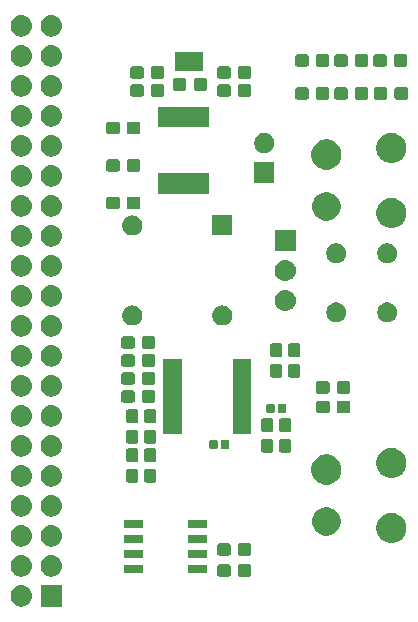
<source format=gts>
G04 #@! TF.GenerationSoftware,KiCad,Pcbnew,(5.1.2)-2*
G04 #@! TF.CreationDate,2019-12-17T18:16:02+09:00*
G04 #@! TF.ProjectId,simplecodec3,73696d70-6c65-4636-9f64-6563332e6b69,rev?*
G04 #@! TF.SameCoordinates,Original*
G04 #@! TF.FileFunction,Soldermask,Top*
G04 #@! TF.FilePolarity,Negative*
%FSLAX46Y46*%
G04 Gerber Fmt 4.6, Leading zero omitted, Abs format (unit mm)*
G04 Created by KiCad (PCBNEW (5.1.2)-2) date 2019-12-17 18:16:02*
%MOMM*%
%LPD*%
G04 APERTURE LIST*
%ADD10C,0.100000*%
G04 APERTURE END LIST*
D10*
G36*
X52336000Y-77736000D02*
G01*
X50534000Y-77736000D01*
X50534000Y-75934000D01*
X52336000Y-75934000D01*
X52336000Y-77736000D01*
X52336000Y-77736000D01*
G37*
G36*
X49005442Y-75940518D02*
G01*
X49071627Y-75947037D01*
X49241466Y-75998557D01*
X49397991Y-76082222D01*
X49433729Y-76111552D01*
X49535186Y-76194814D01*
X49618448Y-76296271D01*
X49647778Y-76332009D01*
X49731443Y-76488534D01*
X49782963Y-76658373D01*
X49800359Y-76835000D01*
X49782963Y-77011627D01*
X49731443Y-77181466D01*
X49647778Y-77337991D01*
X49618448Y-77373729D01*
X49535186Y-77475186D01*
X49433729Y-77558448D01*
X49397991Y-77587778D01*
X49241466Y-77671443D01*
X49071627Y-77722963D01*
X49005443Y-77729481D01*
X48939260Y-77736000D01*
X48850740Y-77736000D01*
X48784557Y-77729481D01*
X48718373Y-77722963D01*
X48548534Y-77671443D01*
X48392009Y-77587778D01*
X48356271Y-77558448D01*
X48254814Y-77475186D01*
X48171552Y-77373729D01*
X48142222Y-77337991D01*
X48058557Y-77181466D01*
X48007037Y-77011627D01*
X47989641Y-76835000D01*
X48007037Y-76658373D01*
X48058557Y-76488534D01*
X48142222Y-76332009D01*
X48171552Y-76296271D01*
X48254814Y-76194814D01*
X48356271Y-76111552D01*
X48392009Y-76082222D01*
X48548534Y-75998557D01*
X48718373Y-75947037D01*
X48784558Y-75940518D01*
X48850740Y-75934000D01*
X48939260Y-75934000D01*
X49005442Y-75940518D01*
X49005442Y-75940518D01*
G37*
G36*
X68218499Y-74154445D02*
G01*
X68255995Y-74165820D01*
X68290554Y-74184292D01*
X68320847Y-74209153D01*
X68345708Y-74239446D01*
X68364180Y-74274005D01*
X68375555Y-74311501D01*
X68380000Y-74356638D01*
X68380000Y-74995362D01*
X68375555Y-75040499D01*
X68364180Y-75077995D01*
X68345708Y-75112554D01*
X68320847Y-75142847D01*
X68290554Y-75167708D01*
X68255995Y-75186180D01*
X68218499Y-75197555D01*
X68173362Y-75202000D01*
X67434638Y-75202000D01*
X67389501Y-75197555D01*
X67352005Y-75186180D01*
X67317446Y-75167708D01*
X67287153Y-75142847D01*
X67262292Y-75112554D01*
X67243820Y-75077995D01*
X67232445Y-75040499D01*
X67228000Y-74995362D01*
X67228000Y-74356638D01*
X67232445Y-74311501D01*
X67243820Y-74274005D01*
X67262292Y-74239446D01*
X67287153Y-74209153D01*
X67317446Y-74184292D01*
X67352005Y-74165820D01*
X67389501Y-74154445D01*
X67434638Y-74150000D01*
X68173362Y-74150000D01*
X68218499Y-74154445D01*
X68218499Y-74154445D01*
G37*
G36*
X66468499Y-74154445D02*
G01*
X66505995Y-74165820D01*
X66540554Y-74184292D01*
X66570847Y-74209153D01*
X66595708Y-74239446D01*
X66614180Y-74274005D01*
X66625555Y-74311501D01*
X66630000Y-74356638D01*
X66630000Y-74995362D01*
X66625555Y-75040499D01*
X66614180Y-75077995D01*
X66595708Y-75112554D01*
X66570847Y-75142847D01*
X66540554Y-75167708D01*
X66505995Y-75186180D01*
X66468499Y-75197555D01*
X66423362Y-75202000D01*
X65684638Y-75202000D01*
X65639501Y-75197555D01*
X65602005Y-75186180D01*
X65567446Y-75167708D01*
X65537153Y-75142847D01*
X65512292Y-75112554D01*
X65493820Y-75077995D01*
X65482445Y-75040499D01*
X65478000Y-74995362D01*
X65478000Y-74356638D01*
X65482445Y-74311501D01*
X65493820Y-74274005D01*
X65512292Y-74239446D01*
X65537153Y-74209153D01*
X65567446Y-74184292D01*
X65602005Y-74165820D01*
X65639501Y-74154445D01*
X65684638Y-74150000D01*
X66423362Y-74150000D01*
X66468499Y-74154445D01*
X66468499Y-74154445D01*
G37*
G36*
X49005443Y-73400519D02*
G01*
X49071627Y-73407037D01*
X49241466Y-73458557D01*
X49397991Y-73542222D01*
X49433729Y-73571552D01*
X49535186Y-73654814D01*
X49618448Y-73756271D01*
X49647778Y-73792009D01*
X49731443Y-73948534D01*
X49782963Y-74118373D01*
X49800359Y-74295000D01*
X49782963Y-74471627D01*
X49731443Y-74641466D01*
X49647778Y-74797991D01*
X49618448Y-74833729D01*
X49535186Y-74935186D01*
X49468017Y-74990309D01*
X49397991Y-75047778D01*
X49241466Y-75131443D01*
X49071627Y-75182963D01*
X49005442Y-75189482D01*
X48939260Y-75196000D01*
X48850740Y-75196000D01*
X48784558Y-75189482D01*
X48718373Y-75182963D01*
X48548534Y-75131443D01*
X48392009Y-75047778D01*
X48321983Y-74990309D01*
X48254814Y-74935186D01*
X48171552Y-74833729D01*
X48142222Y-74797991D01*
X48058557Y-74641466D01*
X48007037Y-74471627D01*
X47989641Y-74295000D01*
X48007037Y-74118373D01*
X48058557Y-73948534D01*
X48142222Y-73792009D01*
X48171552Y-73756271D01*
X48254814Y-73654814D01*
X48356271Y-73571552D01*
X48392009Y-73542222D01*
X48548534Y-73458557D01*
X48718373Y-73407037D01*
X48784557Y-73400519D01*
X48850740Y-73394000D01*
X48939260Y-73394000D01*
X49005443Y-73400519D01*
X49005443Y-73400519D01*
G37*
G36*
X51545443Y-73400519D02*
G01*
X51611627Y-73407037D01*
X51781466Y-73458557D01*
X51937991Y-73542222D01*
X51973729Y-73571552D01*
X52075186Y-73654814D01*
X52158448Y-73756271D01*
X52187778Y-73792009D01*
X52271443Y-73948534D01*
X52322963Y-74118373D01*
X52340359Y-74295000D01*
X52322963Y-74471627D01*
X52271443Y-74641466D01*
X52187778Y-74797991D01*
X52158448Y-74833729D01*
X52075186Y-74935186D01*
X52008017Y-74990309D01*
X51937991Y-75047778D01*
X51781466Y-75131443D01*
X51611627Y-75182963D01*
X51545442Y-75189482D01*
X51479260Y-75196000D01*
X51390740Y-75196000D01*
X51324558Y-75189482D01*
X51258373Y-75182963D01*
X51088534Y-75131443D01*
X50932009Y-75047778D01*
X50861983Y-74990309D01*
X50794814Y-74935186D01*
X50711552Y-74833729D01*
X50682222Y-74797991D01*
X50598557Y-74641466D01*
X50547037Y-74471627D01*
X50529641Y-74295000D01*
X50547037Y-74118373D01*
X50598557Y-73948534D01*
X50682222Y-73792009D01*
X50711552Y-73756271D01*
X50794814Y-73654814D01*
X50896271Y-73571552D01*
X50932009Y-73542222D01*
X51088534Y-73458557D01*
X51258373Y-73407037D01*
X51324557Y-73400519D01*
X51390740Y-73394000D01*
X51479260Y-73394000D01*
X51545443Y-73400519D01*
X51545443Y-73400519D01*
G37*
G36*
X59188000Y-74925000D02*
G01*
X57586000Y-74925000D01*
X57586000Y-74173000D01*
X59188000Y-74173000D01*
X59188000Y-74925000D01*
X59188000Y-74925000D01*
G37*
G36*
X64588000Y-74925000D02*
G01*
X62986000Y-74925000D01*
X62986000Y-74173000D01*
X64588000Y-74173000D01*
X64588000Y-74925000D01*
X64588000Y-74925000D01*
G37*
G36*
X64588000Y-73655000D02*
G01*
X62986000Y-73655000D01*
X62986000Y-72903000D01*
X64588000Y-72903000D01*
X64588000Y-73655000D01*
X64588000Y-73655000D01*
G37*
G36*
X59188000Y-73655000D02*
G01*
X57586000Y-73655000D01*
X57586000Y-72903000D01*
X59188000Y-72903000D01*
X59188000Y-73655000D01*
X59188000Y-73655000D01*
G37*
G36*
X66468499Y-72376445D02*
G01*
X66505995Y-72387820D01*
X66540554Y-72406292D01*
X66570847Y-72431153D01*
X66595708Y-72461446D01*
X66614180Y-72496005D01*
X66625555Y-72533501D01*
X66630000Y-72578638D01*
X66630000Y-73217362D01*
X66625555Y-73262499D01*
X66614180Y-73299995D01*
X66595708Y-73334554D01*
X66570847Y-73364847D01*
X66540554Y-73389708D01*
X66505995Y-73408180D01*
X66468499Y-73419555D01*
X66423362Y-73424000D01*
X65684638Y-73424000D01*
X65639501Y-73419555D01*
X65602005Y-73408180D01*
X65567446Y-73389708D01*
X65537153Y-73364847D01*
X65512292Y-73334554D01*
X65493820Y-73299995D01*
X65482445Y-73262499D01*
X65478000Y-73217362D01*
X65478000Y-72578638D01*
X65482445Y-72533501D01*
X65493820Y-72496005D01*
X65512292Y-72461446D01*
X65537153Y-72431153D01*
X65567446Y-72406292D01*
X65602005Y-72387820D01*
X65639501Y-72376445D01*
X65684638Y-72372000D01*
X66423362Y-72372000D01*
X66468499Y-72376445D01*
X66468499Y-72376445D01*
G37*
G36*
X68218499Y-72376445D02*
G01*
X68255995Y-72387820D01*
X68290554Y-72406292D01*
X68320847Y-72431153D01*
X68345708Y-72461446D01*
X68364180Y-72496005D01*
X68375555Y-72533501D01*
X68380000Y-72578638D01*
X68380000Y-73217362D01*
X68375555Y-73262499D01*
X68364180Y-73299995D01*
X68345708Y-73334554D01*
X68320847Y-73364847D01*
X68290554Y-73389708D01*
X68255995Y-73408180D01*
X68218499Y-73419555D01*
X68173362Y-73424000D01*
X67434638Y-73424000D01*
X67389501Y-73419555D01*
X67352005Y-73408180D01*
X67317446Y-73389708D01*
X67287153Y-73364847D01*
X67262292Y-73334554D01*
X67243820Y-73299995D01*
X67232445Y-73262499D01*
X67228000Y-73217362D01*
X67228000Y-72578638D01*
X67232445Y-72533501D01*
X67243820Y-72496005D01*
X67262292Y-72461446D01*
X67287153Y-72431153D01*
X67317446Y-72406292D01*
X67352005Y-72387820D01*
X67389501Y-72376445D01*
X67434638Y-72372000D01*
X68173362Y-72372000D01*
X68218499Y-72376445D01*
X68218499Y-72376445D01*
G37*
G36*
X51545442Y-70860518D02*
G01*
X51611627Y-70867037D01*
X51781466Y-70918557D01*
X51937991Y-71002222D01*
X51973729Y-71031552D01*
X52075186Y-71114814D01*
X52158448Y-71216271D01*
X52187778Y-71252009D01*
X52271443Y-71408534D01*
X52322963Y-71578373D01*
X52340359Y-71755000D01*
X52322963Y-71931627D01*
X52271443Y-72101466D01*
X52187778Y-72257991D01*
X52158448Y-72293729D01*
X52075186Y-72395186D01*
X51973729Y-72478448D01*
X51937991Y-72507778D01*
X51781466Y-72591443D01*
X51611627Y-72642963D01*
X51545443Y-72649481D01*
X51479260Y-72656000D01*
X51390740Y-72656000D01*
X51324557Y-72649481D01*
X51258373Y-72642963D01*
X51088534Y-72591443D01*
X50932009Y-72507778D01*
X50896271Y-72478448D01*
X50794814Y-72395186D01*
X50711552Y-72293729D01*
X50682222Y-72257991D01*
X50598557Y-72101466D01*
X50547037Y-71931627D01*
X50529641Y-71755000D01*
X50547037Y-71578373D01*
X50598557Y-71408534D01*
X50682222Y-71252009D01*
X50711552Y-71216271D01*
X50794814Y-71114814D01*
X50896271Y-71031552D01*
X50932009Y-71002222D01*
X51088534Y-70918557D01*
X51258373Y-70867037D01*
X51324558Y-70860518D01*
X51390740Y-70854000D01*
X51479260Y-70854000D01*
X51545442Y-70860518D01*
X51545442Y-70860518D01*
G37*
G36*
X49005442Y-70860518D02*
G01*
X49071627Y-70867037D01*
X49241466Y-70918557D01*
X49397991Y-71002222D01*
X49433729Y-71031552D01*
X49535186Y-71114814D01*
X49618448Y-71216271D01*
X49647778Y-71252009D01*
X49731443Y-71408534D01*
X49782963Y-71578373D01*
X49800359Y-71755000D01*
X49782963Y-71931627D01*
X49731443Y-72101466D01*
X49647778Y-72257991D01*
X49618448Y-72293729D01*
X49535186Y-72395186D01*
X49433729Y-72478448D01*
X49397991Y-72507778D01*
X49241466Y-72591443D01*
X49071627Y-72642963D01*
X49005443Y-72649481D01*
X48939260Y-72656000D01*
X48850740Y-72656000D01*
X48784557Y-72649481D01*
X48718373Y-72642963D01*
X48548534Y-72591443D01*
X48392009Y-72507778D01*
X48356271Y-72478448D01*
X48254814Y-72395186D01*
X48171552Y-72293729D01*
X48142222Y-72257991D01*
X48058557Y-72101466D01*
X48007037Y-71931627D01*
X47989641Y-71755000D01*
X48007037Y-71578373D01*
X48058557Y-71408534D01*
X48142222Y-71252009D01*
X48171552Y-71216271D01*
X48254814Y-71114814D01*
X48356271Y-71031552D01*
X48392009Y-71002222D01*
X48548534Y-70918557D01*
X48718373Y-70867037D01*
X48784558Y-70860518D01*
X48850740Y-70854000D01*
X48939260Y-70854000D01*
X49005442Y-70860518D01*
X49005442Y-70860518D01*
G37*
G36*
X59188000Y-72385000D02*
G01*
X57586000Y-72385000D01*
X57586000Y-71633000D01*
X59188000Y-71633000D01*
X59188000Y-72385000D01*
X59188000Y-72385000D01*
G37*
G36*
X64588000Y-72385000D02*
G01*
X62986000Y-72385000D01*
X62986000Y-71633000D01*
X64588000Y-71633000D01*
X64588000Y-72385000D01*
X64588000Y-72385000D01*
G37*
G36*
X80597194Y-69849035D02*
G01*
X80693382Y-69888878D01*
X80829413Y-69945223D01*
X81038403Y-70084866D01*
X81216134Y-70262597D01*
X81355777Y-70471587D01*
X81412122Y-70607618D01*
X81451965Y-70703806D01*
X81501000Y-70950324D01*
X81501000Y-71201676D01*
X81451965Y-71448194D01*
X81412122Y-71544382D01*
X81355777Y-71680413D01*
X81216134Y-71889403D01*
X81038403Y-72067134D01*
X80829413Y-72206777D01*
X80705775Y-72257989D01*
X80597194Y-72302965D01*
X80350676Y-72352000D01*
X80099324Y-72352000D01*
X79852806Y-72302965D01*
X79744225Y-72257989D01*
X79620587Y-72206777D01*
X79411597Y-72067134D01*
X79233866Y-71889403D01*
X79094223Y-71680413D01*
X79037878Y-71544382D01*
X78998035Y-71448194D01*
X78949000Y-71201676D01*
X78949000Y-70950324D01*
X78998035Y-70703806D01*
X79037878Y-70607618D01*
X79094223Y-70471587D01*
X79233866Y-70262597D01*
X79411597Y-70084866D01*
X79620587Y-69945223D01*
X79756618Y-69888878D01*
X79852806Y-69849035D01*
X80099324Y-69800000D01*
X80350676Y-69800000D01*
X80597194Y-69849035D01*
X80597194Y-69849035D01*
G37*
G36*
X75075318Y-69371153D02*
G01*
X75293885Y-69461687D01*
X75293887Y-69461688D01*
X75490593Y-69593122D01*
X75657878Y-69760407D01*
X75781367Y-69945223D01*
X75789313Y-69957115D01*
X75879847Y-70175682D01*
X75926000Y-70407710D01*
X75926000Y-70644290D01*
X75879847Y-70876318D01*
X75789313Y-71094885D01*
X75789312Y-71094887D01*
X75657878Y-71291593D01*
X75490593Y-71458878D01*
X75293887Y-71590312D01*
X75293886Y-71590313D01*
X75293885Y-71590313D01*
X75075318Y-71680847D01*
X74843290Y-71727000D01*
X74606710Y-71727000D01*
X74374682Y-71680847D01*
X74156115Y-71590313D01*
X74156114Y-71590313D01*
X74156113Y-71590312D01*
X73959407Y-71458878D01*
X73792122Y-71291593D01*
X73660688Y-71094887D01*
X73660687Y-71094885D01*
X73570153Y-70876318D01*
X73524000Y-70644290D01*
X73524000Y-70407710D01*
X73570153Y-70175682D01*
X73660687Y-69957115D01*
X73668633Y-69945223D01*
X73792122Y-69760407D01*
X73959407Y-69593122D01*
X74156113Y-69461688D01*
X74156115Y-69461687D01*
X74374682Y-69371153D01*
X74606710Y-69325000D01*
X74843290Y-69325000D01*
X75075318Y-69371153D01*
X75075318Y-69371153D01*
G37*
G36*
X64588000Y-71115000D02*
G01*
X62986000Y-71115000D01*
X62986000Y-70363000D01*
X64588000Y-70363000D01*
X64588000Y-71115000D01*
X64588000Y-71115000D01*
G37*
G36*
X59188000Y-71115000D02*
G01*
X57586000Y-71115000D01*
X57586000Y-70363000D01*
X59188000Y-70363000D01*
X59188000Y-71115000D01*
X59188000Y-71115000D01*
G37*
G36*
X51545442Y-68320518D02*
G01*
X51611627Y-68327037D01*
X51781466Y-68378557D01*
X51937991Y-68462222D01*
X51973729Y-68491552D01*
X52075186Y-68574814D01*
X52158448Y-68676271D01*
X52187778Y-68712009D01*
X52271443Y-68868534D01*
X52322963Y-69038373D01*
X52340359Y-69215000D01*
X52322963Y-69391627D01*
X52271443Y-69561466D01*
X52187778Y-69717991D01*
X52158448Y-69753729D01*
X52075186Y-69855186D01*
X51973729Y-69938448D01*
X51937991Y-69967778D01*
X51781466Y-70051443D01*
X51611627Y-70102963D01*
X51545442Y-70109482D01*
X51479260Y-70116000D01*
X51390740Y-70116000D01*
X51324558Y-70109482D01*
X51258373Y-70102963D01*
X51088534Y-70051443D01*
X50932009Y-69967778D01*
X50896271Y-69938448D01*
X50794814Y-69855186D01*
X50711552Y-69753729D01*
X50682222Y-69717991D01*
X50598557Y-69561466D01*
X50547037Y-69391627D01*
X50529641Y-69215000D01*
X50547037Y-69038373D01*
X50598557Y-68868534D01*
X50682222Y-68712009D01*
X50711552Y-68676271D01*
X50794814Y-68574814D01*
X50896271Y-68491552D01*
X50932009Y-68462222D01*
X51088534Y-68378557D01*
X51258373Y-68327037D01*
X51324558Y-68320518D01*
X51390740Y-68314000D01*
X51479260Y-68314000D01*
X51545442Y-68320518D01*
X51545442Y-68320518D01*
G37*
G36*
X49005442Y-68320518D02*
G01*
X49071627Y-68327037D01*
X49241466Y-68378557D01*
X49397991Y-68462222D01*
X49433729Y-68491552D01*
X49535186Y-68574814D01*
X49618448Y-68676271D01*
X49647778Y-68712009D01*
X49731443Y-68868534D01*
X49782963Y-69038373D01*
X49800359Y-69215000D01*
X49782963Y-69391627D01*
X49731443Y-69561466D01*
X49647778Y-69717991D01*
X49618448Y-69753729D01*
X49535186Y-69855186D01*
X49433729Y-69938448D01*
X49397991Y-69967778D01*
X49241466Y-70051443D01*
X49071627Y-70102963D01*
X49005442Y-70109482D01*
X48939260Y-70116000D01*
X48850740Y-70116000D01*
X48784558Y-70109482D01*
X48718373Y-70102963D01*
X48548534Y-70051443D01*
X48392009Y-69967778D01*
X48356271Y-69938448D01*
X48254814Y-69855186D01*
X48171552Y-69753729D01*
X48142222Y-69717991D01*
X48058557Y-69561466D01*
X48007037Y-69391627D01*
X47989641Y-69215000D01*
X48007037Y-69038373D01*
X48058557Y-68868534D01*
X48142222Y-68712009D01*
X48171552Y-68676271D01*
X48254814Y-68574814D01*
X48356271Y-68491552D01*
X48392009Y-68462222D01*
X48548534Y-68378557D01*
X48718373Y-68327037D01*
X48784558Y-68320518D01*
X48850740Y-68314000D01*
X48939260Y-68314000D01*
X49005442Y-68320518D01*
X49005442Y-68320518D01*
G37*
G36*
X51545443Y-65780519D02*
G01*
X51611627Y-65787037D01*
X51781466Y-65838557D01*
X51937991Y-65922222D01*
X51969638Y-65948194D01*
X52075186Y-66034814D01*
X52144514Y-66119292D01*
X52187778Y-66172009D01*
X52271443Y-66328534D01*
X52322963Y-66498373D01*
X52340359Y-66675000D01*
X52322963Y-66851627D01*
X52271443Y-67021466D01*
X52271442Y-67021468D01*
X52242562Y-67075499D01*
X52187778Y-67177991D01*
X52175725Y-67192677D01*
X52075186Y-67315186D01*
X51973729Y-67398448D01*
X51937991Y-67427778D01*
X51781466Y-67511443D01*
X51611627Y-67562963D01*
X51545443Y-67569481D01*
X51479260Y-67576000D01*
X51390740Y-67576000D01*
X51324557Y-67569481D01*
X51258373Y-67562963D01*
X51088534Y-67511443D01*
X50932009Y-67427778D01*
X50896271Y-67398448D01*
X50794814Y-67315186D01*
X50694275Y-67192677D01*
X50682222Y-67177991D01*
X50627438Y-67075499D01*
X50598558Y-67021468D01*
X50598557Y-67021466D01*
X50547037Y-66851627D01*
X50529641Y-66675000D01*
X50547037Y-66498373D01*
X50598557Y-66328534D01*
X50682222Y-66172009D01*
X50725486Y-66119292D01*
X50794814Y-66034814D01*
X50900362Y-65948194D01*
X50932009Y-65922222D01*
X51088534Y-65838557D01*
X51258373Y-65787037D01*
X51324557Y-65780519D01*
X51390740Y-65774000D01*
X51479260Y-65774000D01*
X51545443Y-65780519D01*
X51545443Y-65780519D01*
G37*
G36*
X49005443Y-65780519D02*
G01*
X49071627Y-65787037D01*
X49241466Y-65838557D01*
X49397991Y-65922222D01*
X49429638Y-65948194D01*
X49535186Y-66034814D01*
X49604514Y-66119292D01*
X49647778Y-66172009D01*
X49731443Y-66328534D01*
X49782963Y-66498373D01*
X49800359Y-66675000D01*
X49782963Y-66851627D01*
X49731443Y-67021466D01*
X49731442Y-67021468D01*
X49702562Y-67075499D01*
X49647778Y-67177991D01*
X49635725Y-67192677D01*
X49535186Y-67315186D01*
X49433729Y-67398448D01*
X49397991Y-67427778D01*
X49241466Y-67511443D01*
X49071627Y-67562963D01*
X49005443Y-67569481D01*
X48939260Y-67576000D01*
X48850740Y-67576000D01*
X48784557Y-67569481D01*
X48718373Y-67562963D01*
X48548534Y-67511443D01*
X48392009Y-67427778D01*
X48356271Y-67398448D01*
X48254814Y-67315186D01*
X48154275Y-67192677D01*
X48142222Y-67177991D01*
X48087438Y-67075499D01*
X48058558Y-67021468D01*
X48058557Y-67021466D01*
X48007037Y-66851627D01*
X47989641Y-66675000D01*
X48007037Y-66498373D01*
X48058557Y-66328534D01*
X48142222Y-66172009D01*
X48185486Y-66119292D01*
X48254814Y-66034814D01*
X48360362Y-65948194D01*
X48392009Y-65922222D01*
X48548534Y-65838557D01*
X48718373Y-65787037D01*
X48784557Y-65780519D01*
X48850740Y-65774000D01*
X48939260Y-65774000D01*
X49005443Y-65780519D01*
X49005443Y-65780519D01*
G37*
G36*
X75097194Y-64899035D02*
G01*
X75193382Y-64938878D01*
X75329413Y-64995223D01*
X75538403Y-65134866D01*
X75716134Y-65312597D01*
X75855777Y-65521587D01*
X75912122Y-65657618D01*
X75951965Y-65753806D01*
X76001000Y-66000324D01*
X76001000Y-66251676D01*
X75951965Y-66498194D01*
X75923409Y-66567134D01*
X75855777Y-66730413D01*
X75716134Y-66939403D01*
X75538403Y-67117134D01*
X75329413Y-67256777D01*
X75193382Y-67313122D01*
X75097194Y-67352965D01*
X74850676Y-67402000D01*
X74599324Y-67402000D01*
X74352806Y-67352965D01*
X74256618Y-67313122D01*
X74120587Y-67256777D01*
X73911597Y-67117134D01*
X73733866Y-66939403D01*
X73594223Y-66730413D01*
X73526591Y-66567134D01*
X73498035Y-66498194D01*
X73449000Y-66251676D01*
X73449000Y-66000324D01*
X73498035Y-65753806D01*
X73537878Y-65657618D01*
X73594223Y-65521587D01*
X73733866Y-65312597D01*
X73911597Y-65134866D01*
X74120587Y-64995223D01*
X74256618Y-64938878D01*
X74352806Y-64899035D01*
X74599324Y-64850000D01*
X74850676Y-64850000D01*
X75097194Y-64899035D01*
X75097194Y-64899035D01*
G37*
G36*
X60181499Y-66089445D02*
G01*
X60218995Y-66100820D01*
X60253554Y-66119292D01*
X60283847Y-66144153D01*
X60308708Y-66174446D01*
X60327180Y-66209005D01*
X60338555Y-66246501D01*
X60343000Y-66291638D01*
X60343000Y-67030362D01*
X60338555Y-67075499D01*
X60327180Y-67112995D01*
X60308708Y-67147554D01*
X60283847Y-67177847D01*
X60253554Y-67202708D01*
X60218995Y-67221180D01*
X60181499Y-67232555D01*
X60136362Y-67237000D01*
X59497638Y-67237000D01*
X59452501Y-67232555D01*
X59415005Y-67221180D01*
X59380446Y-67202708D01*
X59350153Y-67177847D01*
X59325292Y-67147554D01*
X59306820Y-67112995D01*
X59295445Y-67075499D01*
X59291000Y-67030362D01*
X59291000Y-66291638D01*
X59295445Y-66246501D01*
X59306820Y-66209005D01*
X59325292Y-66174446D01*
X59350153Y-66144153D01*
X59380446Y-66119292D01*
X59415005Y-66100820D01*
X59452501Y-66089445D01*
X59497638Y-66085000D01*
X60136362Y-66085000D01*
X60181499Y-66089445D01*
X60181499Y-66089445D01*
G37*
G36*
X58657499Y-66089445D02*
G01*
X58694995Y-66100820D01*
X58729554Y-66119292D01*
X58759847Y-66144153D01*
X58784708Y-66174446D01*
X58803180Y-66209005D01*
X58814555Y-66246501D01*
X58819000Y-66291638D01*
X58819000Y-67030362D01*
X58814555Y-67075499D01*
X58803180Y-67112995D01*
X58784708Y-67147554D01*
X58759847Y-67177847D01*
X58729554Y-67202708D01*
X58694995Y-67221180D01*
X58657499Y-67232555D01*
X58612362Y-67237000D01*
X57973638Y-67237000D01*
X57928501Y-67232555D01*
X57891005Y-67221180D01*
X57856446Y-67202708D01*
X57826153Y-67177847D01*
X57801292Y-67147554D01*
X57782820Y-67112995D01*
X57771445Y-67075499D01*
X57767000Y-67030362D01*
X57767000Y-66291638D01*
X57771445Y-66246501D01*
X57782820Y-66209005D01*
X57801292Y-66174446D01*
X57826153Y-66144153D01*
X57856446Y-66119292D01*
X57891005Y-66100820D01*
X57928501Y-66089445D01*
X57973638Y-66085000D01*
X58612362Y-66085000D01*
X58657499Y-66089445D01*
X58657499Y-66089445D01*
G37*
G36*
X80597194Y-64349035D02*
G01*
X80669535Y-64379000D01*
X80829413Y-64445223D01*
X81038403Y-64584866D01*
X81216134Y-64762597D01*
X81355777Y-64971587D01*
X81412122Y-65107618D01*
X81451965Y-65203806D01*
X81501000Y-65450324D01*
X81501000Y-65701676D01*
X81451965Y-65948194D01*
X81416086Y-66034814D01*
X81355777Y-66180413D01*
X81216134Y-66389403D01*
X81038403Y-66567134D01*
X80829413Y-66706777D01*
X80693382Y-66763122D01*
X80597194Y-66802965D01*
X80350676Y-66852000D01*
X80099324Y-66852000D01*
X79852806Y-66802965D01*
X79756618Y-66763122D01*
X79620587Y-66706777D01*
X79411597Y-66567134D01*
X79233866Y-66389403D01*
X79094223Y-66180413D01*
X79033914Y-66034814D01*
X78998035Y-65948194D01*
X78949000Y-65701676D01*
X78949000Y-65450324D01*
X78998035Y-65203806D01*
X79037878Y-65107618D01*
X79094223Y-64971587D01*
X79233866Y-64762597D01*
X79411597Y-64584866D01*
X79620587Y-64445223D01*
X79780465Y-64379000D01*
X79852806Y-64349035D01*
X80099324Y-64300000D01*
X80350676Y-64300000D01*
X80597194Y-64349035D01*
X80597194Y-64349035D01*
G37*
G36*
X60181499Y-64339445D02*
G01*
X60218995Y-64350820D01*
X60253554Y-64369292D01*
X60283847Y-64394153D01*
X60308708Y-64424446D01*
X60327180Y-64459005D01*
X60338555Y-64496501D01*
X60343000Y-64541638D01*
X60343000Y-65280362D01*
X60338555Y-65325499D01*
X60327180Y-65362995D01*
X60308708Y-65397554D01*
X60283847Y-65427847D01*
X60253554Y-65452708D01*
X60218995Y-65471180D01*
X60181499Y-65482555D01*
X60136362Y-65487000D01*
X59497638Y-65487000D01*
X59452501Y-65482555D01*
X59415005Y-65471180D01*
X59380446Y-65452708D01*
X59350153Y-65427847D01*
X59325292Y-65397554D01*
X59306820Y-65362995D01*
X59295445Y-65325499D01*
X59291000Y-65280362D01*
X59291000Y-64541638D01*
X59295445Y-64496501D01*
X59306820Y-64459005D01*
X59325292Y-64424446D01*
X59350153Y-64394153D01*
X59380446Y-64369292D01*
X59415005Y-64350820D01*
X59452501Y-64339445D01*
X59497638Y-64335000D01*
X60136362Y-64335000D01*
X60181499Y-64339445D01*
X60181499Y-64339445D01*
G37*
G36*
X58657499Y-64339445D02*
G01*
X58694995Y-64350820D01*
X58729554Y-64369292D01*
X58759847Y-64394153D01*
X58784708Y-64424446D01*
X58803180Y-64459005D01*
X58814555Y-64496501D01*
X58819000Y-64541638D01*
X58819000Y-65280362D01*
X58814555Y-65325499D01*
X58803180Y-65362995D01*
X58784708Y-65397554D01*
X58759847Y-65427847D01*
X58729554Y-65452708D01*
X58694995Y-65471180D01*
X58657499Y-65482555D01*
X58612362Y-65487000D01*
X57973638Y-65487000D01*
X57928501Y-65482555D01*
X57891005Y-65471180D01*
X57856446Y-65452708D01*
X57826153Y-65427847D01*
X57801292Y-65397554D01*
X57782820Y-65362995D01*
X57771445Y-65325499D01*
X57767000Y-65280362D01*
X57767000Y-64541638D01*
X57771445Y-64496501D01*
X57782820Y-64459005D01*
X57801292Y-64424446D01*
X57826153Y-64394153D01*
X57856446Y-64369292D01*
X57891005Y-64350820D01*
X57928501Y-64339445D01*
X57973638Y-64335000D01*
X58612362Y-64335000D01*
X58657499Y-64339445D01*
X58657499Y-64339445D01*
G37*
G36*
X49005443Y-63240519D02*
G01*
X49071627Y-63247037D01*
X49241466Y-63298557D01*
X49397991Y-63382222D01*
X49433729Y-63411552D01*
X49535186Y-63494814D01*
X49604514Y-63579292D01*
X49647778Y-63632009D01*
X49652222Y-63640324D01*
X49724877Y-63776249D01*
X49731443Y-63788534D01*
X49782963Y-63958373D01*
X49800359Y-64135000D01*
X49782963Y-64311627D01*
X49742437Y-64445223D01*
X49731442Y-64481468D01*
X49702562Y-64535499D01*
X49647778Y-64637991D01*
X49635725Y-64652677D01*
X49535186Y-64775186D01*
X49433729Y-64858448D01*
X49397991Y-64887778D01*
X49241466Y-64971443D01*
X49071627Y-65022963D01*
X49005442Y-65029482D01*
X48939260Y-65036000D01*
X48850740Y-65036000D01*
X48784558Y-65029482D01*
X48718373Y-65022963D01*
X48548534Y-64971443D01*
X48392009Y-64887778D01*
X48356271Y-64858448D01*
X48254814Y-64775186D01*
X48154275Y-64652677D01*
X48142222Y-64637991D01*
X48087438Y-64535499D01*
X48058558Y-64481468D01*
X48047563Y-64445223D01*
X48007037Y-64311627D01*
X47989641Y-64135000D01*
X48007037Y-63958373D01*
X48058557Y-63788534D01*
X48065124Y-63776249D01*
X48137778Y-63640324D01*
X48142222Y-63632009D01*
X48185486Y-63579292D01*
X48254814Y-63494814D01*
X48356271Y-63411552D01*
X48392009Y-63382222D01*
X48548534Y-63298557D01*
X48718373Y-63247037D01*
X48784557Y-63240519D01*
X48850740Y-63234000D01*
X48939260Y-63234000D01*
X49005443Y-63240519D01*
X49005443Y-63240519D01*
G37*
G36*
X51545443Y-63240519D02*
G01*
X51611627Y-63247037D01*
X51781466Y-63298557D01*
X51937991Y-63382222D01*
X51973729Y-63411552D01*
X52075186Y-63494814D01*
X52144514Y-63579292D01*
X52187778Y-63632009D01*
X52192222Y-63640324D01*
X52264877Y-63776249D01*
X52271443Y-63788534D01*
X52322963Y-63958373D01*
X52340359Y-64135000D01*
X52322963Y-64311627D01*
X52282437Y-64445223D01*
X52271442Y-64481468D01*
X52242562Y-64535499D01*
X52187778Y-64637991D01*
X52175725Y-64652677D01*
X52075186Y-64775186D01*
X51973729Y-64858448D01*
X51937991Y-64887778D01*
X51781466Y-64971443D01*
X51611627Y-65022963D01*
X51545442Y-65029482D01*
X51479260Y-65036000D01*
X51390740Y-65036000D01*
X51324558Y-65029482D01*
X51258373Y-65022963D01*
X51088534Y-64971443D01*
X50932009Y-64887778D01*
X50896271Y-64858448D01*
X50794814Y-64775186D01*
X50694275Y-64652677D01*
X50682222Y-64637991D01*
X50627438Y-64535499D01*
X50598558Y-64481468D01*
X50587563Y-64445223D01*
X50547037Y-64311627D01*
X50529641Y-64135000D01*
X50547037Y-63958373D01*
X50598557Y-63788534D01*
X50605124Y-63776249D01*
X50677778Y-63640324D01*
X50682222Y-63632009D01*
X50725486Y-63579292D01*
X50794814Y-63494814D01*
X50896271Y-63411552D01*
X50932009Y-63382222D01*
X51088534Y-63298557D01*
X51258373Y-63247037D01*
X51324557Y-63240519D01*
X51390740Y-63234000D01*
X51479260Y-63234000D01*
X51545443Y-63240519D01*
X51545443Y-63240519D01*
G37*
G36*
X71611499Y-63549445D02*
G01*
X71648995Y-63560820D01*
X71683554Y-63579292D01*
X71713847Y-63604153D01*
X71738708Y-63634446D01*
X71757180Y-63669005D01*
X71768555Y-63706501D01*
X71773000Y-63751638D01*
X71773000Y-64490362D01*
X71768555Y-64535499D01*
X71757180Y-64572995D01*
X71738708Y-64607554D01*
X71713847Y-64637847D01*
X71683554Y-64662708D01*
X71648995Y-64681180D01*
X71611499Y-64692555D01*
X71566362Y-64697000D01*
X70927638Y-64697000D01*
X70882501Y-64692555D01*
X70845005Y-64681180D01*
X70810446Y-64662708D01*
X70780153Y-64637847D01*
X70755292Y-64607554D01*
X70736820Y-64572995D01*
X70725445Y-64535499D01*
X70721000Y-64490362D01*
X70721000Y-63751638D01*
X70725445Y-63706501D01*
X70736820Y-63669005D01*
X70755292Y-63634446D01*
X70780153Y-63604153D01*
X70810446Y-63579292D01*
X70845005Y-63560820D01*
X70882501Y-63549445D01*
X70927638Y-63545000D01*
X71566362Y-63545000D01*
X71611499Y-63549445D01*
X71611499Y-63549445D01*
G37*
G36*
X70087499Y-63549445D02*
G01*
X70124995Y-63560820D01*
X70159554Y-63579292D01*
X70189847Y-63604153D01*
X70214708Y-63634446D01*
X70233180Y-63669005D01*
X70244555Y-63706501D01*
X70249000Y-63751638D01*
X70249000Y-64490362D01*
X70244555Y-64535499D01*
X70233180Y-64572995D01*
X70214708Y-64607554D01*
X70189847Y-64637847D01*
X70159554Y-64662708D01*
X70124995Y-64681180D01*
X70087499Y-64692555D01*
X70042362Y-64697000D01*
X69403638Y-64697000D01*
X69358501Y-64692555D01*
X69321005Y-64681180D01*
X69286446Y-64662708D01*
X69256153Y-64637847D01*
X69231292Y-64607554D01*
X69212820Y-64572995D01*
X69201445Y-64535499D01*
X69197000Y-64490362D01*
X69197000Y-63751638D01*
X69201445Y-63706501D01*
X69212820Y-63669005D01*
X69231292Y-63634446D01*
X69256153Y-63604153D01*
X69286446Y-63579292D01*
X69321005Y-63560820D01*
X69358501Y-63549445D01*
X69403638Y-63545000D01*
X70042362Y-63545000D01*
X70087499Y-63549445D01*
X70087499Y-63549445D01*
G37*
G36*
X65430938Y-63639716D02*
G01*
X65451557Y-63645971D01*
X65470553Y-63656124D01*
X65487208Y-63669792D01*
X65500876Y-63686447D01*
X65511029Y-63705443D01*
X65517284Y-63726062D01*
X65520000Y-63753640D01*
X65520000Y-64262360D01*
X65517284Y-64289938D01*
X65511029Y-64310557D01*
X65500876Y-64329553D01*
X65487208Y-64346208D01*
X65470553Y-64359876D01*
X65451557Y-64370029D01*
X65430938Y-64376284D01*
X65403360Y-64379000D01*
X64944640Y-64379000D01*
X64917062Y-64376284D01*
X64896443Y-64370029D01*
X64877447Y-64359876D01*
X64860792Y-64346208D01*
X64847124Y-64329553D01*
X64836971Y-64310557D01*
X64830716Y-64289938D01*
X64828000Y-64262360D01*
X64828000Y-63753640D01*
X64830716Y-63726062D01*
X64836971Y-63705443D01*
X64847124Y-63686447D01*
X64860792Y-63669792D01*
X64877447Y-63656124D01*
X64896443Y-63645971D01*
X64917062Y-63639716D01*
X64944640Y-63637000D01*
X65403360Y-63637000D01*
X65430938Y-63639716D01*
X65430938Y-63639716D01*
G37*
G36*
X66400938Y-63639716D02*
G01*
X66421557Y-63645971D01*
X66440553Y-63656124D01*
X66457208Y-63669792D01*
X66470876Y-63686447D01*
X66481029Y-63705443D01*
X66487284Y-63726062D01*
X66490000Y-63753640D01*
X66490000Y-64262360D01*
X66487284Y-64289938D01*
X66481029Y-64310557D01*
X66470876Y-64329553D01*
X66457208Y-64346208D01*
X66440553Y-64359876D01*
X66421557Y-64370029D01*
X66400938Y-64376284D01*
X66373360Y-64379000D01*
X65914640Y-64379000D01*
X65887062Y-64376284D01*
X65866443Y-64370029D01*
X65847447Y-64359876D01*
X65830792Y-64346208D01*
X65817124Y-64329553D01*
X65806971Y-64310557D01*
X65800716Y-64289938D01*
X65798000Y-64262360D01*
X65798000Y-63753640D01*
X65800716Y-63726062D01*
X65806971Y-63705443D01*
X65817124Y-63686447D01*
X65830792Y-63669792D01*
X65847447Y-63656124D01*
X65866443Y-63645971D01*
X65887062Y-63639716D01*
X65914640Y-63637000D01*
X66373360Y-63637000D01*
X66400938Y-63639716D01*
X66400938Y-63639716D01*
G37*
G36*
X60181499Y-62787445D02*
G01*
X60218995Y-62798820D01*
X60253554Y-62817292D01*
X60283847Y-62842153D01*
X60308708Y-62872446D01*
X60327180Y-62907005D01*
X60338555Y-62944501D01*
X60343000Y-62989638D01*
X60343000Y-63728362D01*
X60338555Y-63773499D01*
X60327180Y-63810995D01*
X60308708Y-63845554D01*
X60283847Y-63875847D01*
X60253554Y-63900708D01*
X60218995Y-63919180D01*
X60181499Y-63930555D01*
X60136362Y-63935000D01*
X59497638Y-63935000D01*
X59452501Y-63930555D01*
X59415005Y-63919180D01*
X59380446Y-63900708D01*
X59350153Y-63875847D01*
X59325292Y-63845554D01*
X59306820Y-63810995D01*
X59295445Y-63773499D01*
X59291000Y-63728362D01*
X59291000Y-62989638D01*
X59295445Y-62944501D01*
X59306820Y-62907005D01*
X59325292Y-62872446D01*
X59350153Y-62842153D01*
X59380446Y-62817292D01*
X59415005Y-62798820D01*
X59452501Y-62787445D01*
X59497638Y-62783000D01*
X60136362Y-62783000D01*
X60181499Y-62787445D01*
X60181499Y-62787445D01*
G37*
G36*
X58657499Y-62787445D02*
G01*
X58694995Y-62798820D01*
X58729554Y-62817292D01*
X58759847Y-62842153D01*
X58784708Y-62872446D01*
X58803180Y-62907005D01*
X58814555Y-62944501D01*
X58819000Y-62989638D01*
X58819000Y-63728362D01*
X58814555Y-63773499D01*
X58803180Y-63810995D01*
X58784708Y-63845554D01*
X58759847Y-63875847D01*
X58729554Y-63900708D01*
X58694995Y-63919180D01*
X58657499Y-63930555D01*
X58612362Y-63935000D01*
X57973638Y-63935000D01*
X57928501Y-63930555D01*
X57891005Y-63919180D01*
X57856446Y-63900708D01*
X57826153Y-63875847D01*
X57801292Y-63845554D01*
X57782820Y-63810995D01*
X57771445Y-63773499D01*
X57767000Y-63728362D01*
X57767000Y-62989638D01*
X57771445Y-62944501D01*
X57782820Y-62907005D01*
X57801292Y-62872446D01*
X57826153Y-62842153D01*
X57856446Y-62817292D01*
X57891005Y-62798820D01*
X57928501Y-62787445D01*
X57973638Y-62783000D01*
X58612362Y-62783000D01*
X58657499Y-62787445D01*
X58657499Y-62787445D01*
G37*
G36*
X68369500Y-63145000D02*
G01*
X66792500Y-63145000D01*
X66792500Y-56743000D01*
X68369500Y-56743000D01*
X68369500Y-63145000D01*
X68369500Y-63145000D01*
G37*
G36*
X62493500Y-63145000D02*
G01*
X60916500Y-63145000D01*
X60916500Y-56743000D01*
X62493500Y-56743000D01*
X62493500Y-63145000D01*
X62493500Y-63145000D01*
G37*
G36*
X70087499Y-61799445D02*
G01*
X70124995Y-61810820D01*
X70159554Y-61829292D01*
X70189847Y-61854153D01*
X70214708Y-61884446D01*
X70233180Y-61919005D01*
X70244555Y-61956501D01*
X70249000Y-62001638D01*
X70249000Y-62740362D01*
X70244555Y-62785499D01*
X70233180Y-62822995D01*
X70214708Y-62857554D01*
X70189847Y-62887847D01*
X70159554Y-62912708D01*
X70124995Y-62931180D01*
X70087499Y-62942555D01*
X70042362Y-62947000D01*
X69403638Y-62947000D01*
X69358501Y-62942555D01*
X69321005Y-62931180D01*
X69286446Y-62912708D01*
X69256153Y-62887847D01*
X69231292Y-62857554D01*
X69212820Y-62822995D01*
X69201445Y-62785499D01*
X69197000Y-62740362D01*
X69197000Y-62001638D01*
X69201445Y-61956501D01*
X69212820Y-61919005D01*
X69231292Y-61884446D01*
X69256153Y-61854153D01*
X69286446Y-61829292D01*
X69321005Y-61810820D01*
X69358501Y-61799445D01*
X69403638Y-61795000D01*
X70042362Y-61795000D01*
X70087499Y-61799445D01*
X70087499Y-61799445D01*
G37*
G36*
X71611499Y-61799445D02*
G01*
X71648995Y-61810820D01*
X71683554Y-61829292D01*
X71713847Y-61854153D01*
X71738708Y-61884446D01*
X71757180Y-61919005D01*
X71768555Y-61956501D01*
X71773000Y-62001638D01*
X71773000Y-62740362D01*
X71768555Y-62785499D01*
X71757180Y-62822995D01*
X71738708Y-62857554D01*
X71713847Y-62887847D01*
X71683554Y-62912708D01*
X71648995Y-62931180D01*
X71611499Y-62942555D01*
X71566362Y-62947000D01*
X70927638Y-62947000D01*
X70882501Y-62942555D01*
X70845005Y-62931180D01*
X70810446Y-62912708D01*
X70780153Y-62887847D01*
X70755292Y-62857554D01*
X70736820Y-62822995D01*
X70725445Y-62785499D01*
X70721000Y-62740362D01*
X70721000Y-62001638D01*
X70725445Y-61956501D01*
X70736820Y-61919005D01*
X70755292Y-61884446D01*
X70780153Y-61854153D01*
X70810446Y-61829292D01*
X70845005Y-61810820D01*
X70882501Y-61799445D01*
X70927638Y-61795000D01*
X71566362Y-61795000D01*
X71611499Y-61799445D01*
X71611499Y-61799445D01*
G37*
G36*
X51545443Y-60700519D02*
G01*
X51611627Y-60707037D01*
X51781466Y-60758557D01*
X51937991Y-60842222D01*
X51973729Y-60871552D01*
X52075186Y-60954814D01*
X52155780Y-61053020D01*
X52187778Y-61092009D01*
X52187779Y-61092011D01*
X52253177Y-61214360D01*
X52271443Y-61248534D01*
X52322963Y-61418373D01*
X52340359Y-61595000D01*
X52322963Y-61771627D01*
X52271443Y-61941466D01*
X52187778Y-62097991D01*
X52179589Y-62107969D01*
X52075186Y-62235186D01*
X51973729Y-62318448D01*
X51937991Y-62347778D01*
X51781466Y-62431443D01*
X51611627Y-62482963D01*
X51545443Y-62489481D01*
X51479260Y-62496000D01*
X51390740Y-62496000D01*
X51324557Y-62489481D01*
X51258373Y-62482963D01*
X51088534Y-62431443D01*
X50932009Y-62347778D01*
X50896271Y-62318448D01*
X50794814Y-62235186D01*
X50690411Y-62107969D01*
X50682222Y-62097991D01*
X50598557Y-61941466D01*
X50547037Y-61771627D01*
X50529641Y-61595000D01*
X50547037Y-61418373D01*
X50598557Y-61248534D01*
X50616824Y-61214360D01*
X50682221Y-61092011D01*
X50682222Y-61092009D01*
X50714220Y-61053020D01*
X50794814Y-60954814D01*
X50896271Y-60871552D01*
X50932009Y-60842222D01*
X51088534Y-60758557D01*
X51258373Y-60707037D01*
X51324557Y-60700519D01*
X51390740Y-60694000D01*
X51479260Y-60694000D01*
X51545443Y-60700519D01*
X51545443Y-60700519D01*
G37*
G36*
X49005443Y-60700519D02*
G01*
X49071627Y-60707037D01*
X49241466Y-60758557D01*
X49397991Y-60842222D01*
X49433729Y-60871552D01*
X49535186Y-60954814D01*
X49615780Y-61053020D01*
X49647778Y-61092009D01*
X49647779Y-61092011D01*
X49713177Y-61214360D01*
X49731443Y-61248534D01*
X49782963Y-61418373D01*
X49800359Y-61595000D01*
X49782963Y-61771627D01*
X49731443Y-61941466D01*
X49647778Y-62097991D01*
X49639589Y-62107969D01*
X49535186Y-62235186D01*
X49433729Y-62318448D01*
X49397991Y-62347778D01*
X49241466Y-62431443D01*
X49071627Y-62482963D01*
X49005443Y-62489481D01*
X48939260Y-62496000D01*
X48850740Y-62496000D01*
X48784557Y-62489481D01*
X48718373Y-62482963D01*
X48548534Y-62431443D01*
X48392009Y-62347778D01*
X48356271Y-62318448D01*
X48254814Y-62235186D01*
X48150411Y-62107969D01*
X48142222Y-62097991D01*
X48058557Y-61941466D01*
X48007037Y-61771627D01*
X47989641Y-61595000D01*
X48007037Y-61418373D01*
X48058557Y-61248534D01*
X48076824Y-61214360D01*
X48142221Y-61092011D01*
X48142222Y-61092009D01*
X48174220Y-61053020D01*
X48254814Y-60954814D01*
X48356271Y-60871552D01*
X48392009Y-60842222D01*
X48548534Y-60758557D01*
X48718373Y-60707037D01*
X48784557Y-60700519D01*
X48850740Y-60694000D01*
X48939260Y-60694000D01*
X49005443Y-60700519D01*
X49005443Y-60700519D01*
G37*
G36*
X60181499Y-61037445D02*
G01*
X60218995Y-61048820D01*
X60253554Y-61067292D01*
X60283847Y-61092153D01*
X60308708Y-61122446D01*
X60327180Y-61157005D01*
X60338555Y-61194501D01*
X60343000Y-61239638D01*
X60343000Y-61978362D01*
X60338555Y-62023499D01*
X60327180Y-62060995D01*
X60308708Y-62095554D01*
X60283847Y-62125847D01*
X60253554Y-62150708D01*
X60218995Y-62169180D01*
X60181499Y-62180555D01*
X60136362Y-62185000D01*
X59497638Y-62185000D01*
X59452501Y-62180555D01*
X59415005Y-62169180D01*
X59380446Y-62150708D01*
X59350153Y-62125847D01*
X59325292Y-62095554D01*
X59306820Y-62060995D01*
X59295445Y-62023499D01*
X59291000Y-61978362D01*
X59291000Y-61239638D01*
X59295445Y-61194501D01*
X59306820Y-61157005D01*
X59325292Y-61122446D01*
X59350153Y-61092153D01*
X59380446Y-61067292D01*
X59415005Y-61048820D01*
X59452501Y-61037445D01*
X59497638Y-61033000D01*
X60136362Y-61033000D01*
X60181499Y-61037445D01*
X60181499Y-61037445D01*
G37*
G36*
X58657499Y-61037445D02*
G01*
X58694995Y-61048820D01*
X58729554Y-61067292D01*
X58759847Y-61092153D01*
X58784708Y-61122446D01*
X58803180Y-61157005D01*
X58814555Y-61194501D01*
X58819000Y-61239638D01*
X58819000Y-61978362D01*
X58814555Y-62023499D01*
X58803180Y-62060995D01*
X58784708Y-62095554D01*
X58759847Y-62125847D01*
X58729554Y-62150708D01*
X58694995Y-62169180D01*
X58657499Y-62180555D01*
X58612362Y-62185000D01*
X57973638Y-62185000D01*
X57928501Y-62180555D01*
X57891005Y-62169180D01*
X57856446Y-62150708D01*
X57826153Y-62125847D01*
X57801292Y-62095554D01*
X57782820Y-62060995D01*
X57771445Y-62023499D01*
X57767000Y-61978362D01*
X57767000Y-61239638D01*
X57771445Y-61194501D01*
X57782820Y-61157005D01*
X57801292Y-61122446D01*
X57826153Y-61092153D01*
X57856446Y-61067292D01*
X57891005Y-61048820D01*
X57928501Y-61037445D01*
X57973638Y-61033000D01*
X58612362Y-61033000D01*
X58657499Y-61037445D01*
X58657499Y-61037445D01*
G37*
G36*
X74850499Y-60311445D02*
G01*
X74887995Y-60322820D01*
X74922554Y-60341292D01*
X74952847Y-60366153D01*
X74977708Y-60396446D01*
X74996180Y-60431005D01*
X75007555Y-60468501D01*
X75012000Y-60513638D01*
X75012000Y-61152362D01*
X75007555Y-61197499D01*
X74996180Y-61234995D01*
X74977708Y-61269554D01*
X74952847Y-61299847D01*
X74922554Y-61324708D01*
X74887995Y-61343180D01*
X74850499Y-61354555D01*
X74805362Y-61359000D01*
X74066638Y-61359000D01*
X74021501Y-61354555D01*
X73984005Y-61343180D01*
X73949446Y-61324708D01*
X73919153Y-61299847D01*
X73894292Y-61269554D01*
X73875820Y-61234995D01*
X73864445Y-61197499D01*
X73860000Y-61152362D01*
X73860000Y-60513638D01*
X73864445Y-60468501D01*
X73875820Y-60431005D01*
X73894292Y-60396446D01*
X73919153Y-60366153D01*
X73949446Y-60341292D01*
X73984005Y-60322820D01*
X74021501Y-60311445D01*
X74066638Y-60307000D01*
X74805362Y-60307000D01*
X74850499Y-60311445D01*
X74850499Y-60311445D01*
G37*
G36*
X76600499Y-60311445D02*
G01*
X76637995Y-60322820D01*
X76672554Y-60341292D01*
X76702847Y-60366153D01*
X76727708Y-60396446D01*
X76746180Y-60431005D01*
X76757555Y-60468501D01*
X76762000Y-60513638D01*
X76762000Y-61152362D01*
X76757555Y-61197499D01*
X76746180Y-61234995D01*
X76727708Y-61269554D01*
X76702847Y-61299847D01*
X76672554Y-61324708D01*
X76637995Y-61343180D01*
X76600499Y-61354555D01*
X76555362Y-61359000D01*
X75816638Y-61359000D01*
X75771501Y-61354555D01*
X75734005Y-61343180D01*
X75699446Y-61324708D01*
X75669153Y-61299847D01*
X75644292Y-61269554D01*
X75625820Y-61234995D01*
X75614445Y-61197499D01*
X75610000Y-61152362D01*
X75610000Y-60513638D01*
X75614445Y-60468501D01*
X75625820Y-60431005D01*
X75644292Y-60396446D01*
X75669153Y-60366153D01*
X75699446Y-60341292D01*
X75734005Y-60322820D01*
X75771501Y-60311445D01*
X75816638Y-60307000D01*
X76555362Y-60307000D01*
X76600499Y-60311445D01*
X76600499Y-60311445D01*
G37*
G36*
X71226938Y-60591716D02*
G01*
X71247557Y-60597971D01*
X71266553Y-60608124D01*
X71283208Y-60621792D01*
X71296876Y-60638447D01*
X71307029Y-60657443D01*
X71313284Y-60678062D01*
X71316000Y-60705640D01*
X71316000Y-61214360D01*
X71313284Y-61241938D01*
X71307029Y-61262557D01*
X71296876Y-61281553D01*
X71283208Y-61298208D01*
X71266553Y-61311876D01*
X71247557Y-61322029D01*
X71226938Y-61328284D01*
X71199360Y-61331000D01*
X70740640Y-61331000D01*
X70713062Y-61328284D01*
X70692443Y-61322029D01*
X70673447Y-61311876D01*
X70656792Y-61298208D01*
X70643124Y-61281553D01*
X70632971Y-61262557D01*
X70626716Y-61241938D01*
X70624000Y-61214360D01*
X70624000Y-60705640D01*
X70626716Y-60678062D01*
X70632971Y-60657443D01*
X70643124Y-60638447D01*
X70656792Y-60621792D01*
X70673447Y-60608124D01*
X70692443Y-60597971D01*
X70713062Y-60591716D01*
X70740640Y-60589000D01*
X71199360Y-60589000D01*
X71226938Y-60591716D01*
X71226938Y-60591716D01*
G37*
G36*
X70256938Y-60591716D02*
G01*
X70277557Y-60597971D01*
X70296553Y-60608124D01*
X70313208Y-60621792D01*
X70326876Y-60638447D01*
X70337029Y-60657443D01*
X70343284Y-60678062D01*
X70346000Y-60705640D01*
X70346000Y-61214360D01*
X70343284Y-61241938D01*
X70337029Y-61262557D01*
X70326876Y-61281553D01*
X70313208Y-61298208D01*
X70296553Y-61311876D01*
X70277557Y-61322029D01*
X70256938Y-61328284D01*
X70229360Y-61331000D01*
X69770640Y-61331000D01*
X69743062Y-61328284D01*
X69722443Y-61322029D01*
X69703447Y-61311876D01*
X69686792Y-61298208D01*
X69673124Y-61281553D01*
X69662971Y-61262557D01*
X69656716Y-61241938D01*
X69654000Y-61214360D01*
X69654000Y-60705640D01*
X69656716Y-60678062D01*
X69662971Y-60657443D01*
X69673124Y-60638447D01*
X69686792Y-60621792D01*
X69703447Y-60608124D01*
X69722443Y-60597971D01*
X69743062Y-60591716D01*
X69770640Y-60589000D01*
X70229360Y-60589000D01*
X70256938Y-60591716D01*
X70256938Y-60591716D01*
G37*
G36*
X58340499Y-59422445D02*
G01*
X58377995Y-59433820D01*
X58412554Y-59452292D01*
X58442847Y-59477153D01*
X58467708Y-59507446D01*
X58486180Y-59542005D01*
X58497555Y-59579501D01*
X58502000Y-59624638D01*
X58502000Y-60263362D01*
X58497555Y-60308499D01*
X58486180Y-60345995D01*
X58467708Y-60380554D01*
X58442847Y-60410847D01*
X58412554Y-60435708D01*
X58377995Y-60454180D01*
X58340499Y-60465555D01*
X58295362Y-60470000D01*
X57556638Y-60470000D01*
X57511501Y-60465555D01*
X57474005Y-60454180D01*
X57439446Y-60435708D01*
X57409153Y-60410847D01*
X57384292Y-60380554D01*
X57365820Y-60345995D01*
X57354445Y-60308499D01*
X57350000Y-60263362D01*
X57350000Y-59624638D01*
X57354445Y-59579501D01*
X57365820Y-59542005D01*
X57384292Y-59507446D01*
X57409153Y-59477153D01*
X57439446Y-59452292D01*
X57474005Y-59433820D01*
X57511501Y-59422445D01*
X57556638Y-59418000D01*
X58295362Y-59418000D01*
X58340499Y-59422445D01*
X58340499Y-59422445D01*
G37*
G36*
X60090499Y-59422445D02*
G01*
X60127995Y-59433820D01*
X60162554Y-59452292D01*
X60192847Y-59477153D01*
X60217708Y-59507446D01*
X60236180Y-59542005D01*
X60247555Y-59579501D01*
X60252000Y-59624638D01*
X60252000Y-60263362D01*
X60247555Y-60308499D01*
X60236180Y-60345995D01*
X60217708Y-60380554D01*
X60192847Y-60410847D01*
X60162554Y-60435708D01*
X60127995Y-60454180D01*
X60090499Y-60465555D01*
X60045362Y-60470000D01*
X59306638Y-60470000D01*
X59261501Y-60465555D01*
X59224005Y-60454180D01*
X59189446Y-60435708D01*
X59159153Y-60410847D01*
X59134292Y-60380554D01*
X59115820Y-60345995D01*
X59104445Y-60308499D01*
X59100000Y-60263362D01*
X59100000Y-59624638D01*
X59104445Y-59579501D01*
X59115820Y-59542005D01*
X59134292Y-59507446D01*
X59159153Y-59477153D01*
X59189446Y-59452292D01*
X59224005Y-59433820D01*
X59261501Y-59422445D01*
X59306638Y-59418000D01*
X60045362Y-59418000D01*
X60090499Y-59422445D01*
X60090499Y-59422445D01*
G37*
G36*
X51545442Y-58160518D02*
G01*
X51611627Y-58167037D01*
X51781466Y-58218557D01*
X51937991Y-58302222D01*
X51938545Y-58302677D01*
X52075186Y-58414814D01*
X52158448Y-58516271D01*
X52187778Y-58552009D01*
X52271443Y-58708534D01*
X52322963Y-58878373D01*
X52340359Y-59055000D01*
X52322963Y-59231627D01*
X52271443Y-59401466D01*
X52187778Y-59557991D01*
X52170125Y-59579501D01*
X52075186Y-59695186D01*
X51973729Y-59778448D01*
X51937991Y-59807778D01*
X51781466Y-59891443D01*
X51611627Y-59942963D01*
X51545442Y-59949482D01*
X51479260Y-59956000D01*
X51390740Y-59956000D01*
X51324558Y-59949482D01*
X51258373Y-59942963D01*
X51088534Y-59891443D01*
X50932009Y-59807778D01*
X50896271Y-59778448D01*
X50794814Y-59695186D01*
X50699875Y-59579501D01*
X50682222Y-59557991D01*
X50598557Y-59401466D01*
X50547037Y-59231627D01*
X50529641Y-59055000D01*
X50547037Y-58878373D01*
X50598557Y-58708534D01*
X50682222Y-58552009D01*
X50711552Y-58516271D01*
X50794814Y-58414814D01*
X50931455Y-58302677D01*
X50932009Y-58302222D01*
X51088534Y-58218557D01*
X51258373Y-58167037D01*
X51324558Y-58160518D01*
X51390740Y-58154000D01*
X51479260Y-58154000D01*
X51545442Y-58160518D01*
X51545442Y-58160518D01*
G37*
G36*
X49005442Y-58160518D02*
G01*
X49071627Y-58167037D01*
X49241466Y-58218557D01*
X49397991Y-58302222D01*
X49398545Y-58302677D01*
X49535186Y-58414814D01*
X49618448Y-58516271D01*
X49647778Y-58552009D01*
X49731443Y-58708534D01*
X49782963Y-58878373D01*
X49800359Y-59055000D01*
X49782963Y-59231627D01*
X49731443Y-59401466D01*
X49647778Y-59557991D01*
X49630125Y-59579501D01*
X49535186Y-59695186D01*
X49433729Y-59778448D01*
X49397991Y-59807778D01*
X49241466Y-59891443D01*
X49071627Y-59942963D01*
X49005442Y-59949482D01*
X48939260Y-59956000D01*
X48850740Y-59956000D01*
X48784558Y-59949482D01*
X48718373Y-59942963D01*
X48548534Y-59891443D01*
X48392009Y-59807778D01*
X48356271Y-59778448D01*
X48254814Y-59695186D01*
X48159875Y-59579501D01*
X48142222Y-59557991D01*
X48058557Y-59401466D01*
X48007037Y-59231627D01*
X47989641Y-59055000D01*
X48007037Y-58878373D01*
X48058557Y-58708534D01*
X48142222Y-58552009D01*
X48171552Y-58516271D01*
X48254814Y-58414814D01*
X48391455Y-58302677D01*
X48392009Y-58302222D01*
X48548534Y-58218557D01*
X48718373Y-58167037D01*
X48784558Y-58160518D01*
X48850740Y-58154000D01*
X48939260Y-58154000D01*
X49005442Y-58160518D01*
X49005442Y-58160518D01*
G37*
G36*
X74836499Y-58660445D02*
G01*
X74873995Y-58671820D01*
X74908554Y-58690292D01*
X74938847Y-58715153D01*
X74963708Y-58745446D01*
X74982180Y-58780005D01*
X74993555Y-58817501D01*
X74998000Y-58862638D01*
X74998000Y-59501362D01*
X74993555Y-59546499D01*
X74982180Y-59583995D01*
X74963708Y-59618554D01*
X74938847Y-59648847D01*
X74908554Y-59673708D01*
X74873995Y-59692180D01*
X74836499Y-59703555D01*
X74791362Y-59708000D01*
X74052638Y-59708000D01*
X74007501Y-59703555D01*
X73970005Y-59692180D01*
X73935446Y-59673708D01*
X73905153Y-59648847D01*
X73880292Y-59618554D01*
X73861820Y-59583995D01*
X73850445Y-59546499D01*
X73846000Y-59501362D01*
X73846000Y-58862638D01*
X73850445Y-58817501D01*
X73861820Y-58780005D01*
X73880292Y-58745446D01*
X73905153Y-58715153D01*
X73935446Y-58690292D01*
X73970005Y-58671820D01*
X74007501Y-58660445D01*
X74052638Y-58656000D01*
X74791362Y-58656000D01*
X74836499Y-58660445D01*
X74836499Y-58660445D01*
G37*
G36*
X76586499Y-58660445D02*
G01*
X76623995Y-58671820D01*
X76658554Y-58690292D01*
X76688847Y-58715153D01*
X76713708Y-58745446D01*
X76732180Y-58780005D01*
X76743555Y-58817501D01*
X76748000Y-58862638D01*
X76748000Y-59501362D01*
X76743555Y-59546499D01*
X76732180Y-59583995D01*
X76713708Y-59618554D01*
X76688847Y-59648847D01*
X76658554Y-59673708D01*
X76623995Y-59692180D01*
X76586499Y-59703555D01*
X76541362Y-59708000D01*
X75802638Y-59708000D01*
X75757501Y-59703555D01*
X75720005Y-59692180D01*
X75685446Y-59673708D01*
X75655153Y-59648847D01*
X75630292Y-59618554D01*
X75611820Y-59583995D01*
X75600445Y-59546499D01*
X75596000Y-59501362D01*
X75596000Y-58862638D01*
X75600445Y-58817501D01*
X75611820Y-58780005D01*
X75630292Y-58745446D01*
X75655153Y-58715153D01*
X75685446Y-58690292D01*
X75720005Y-58671820D01*
X75757501Y-58660445D01*
X75802638Y-58656000D01*
X76541362Y-58656000D01*
X76586499Y-58660445D01*
X76586499Y-58660445D01*
G37*
G36*
X60090499Y-57898445D02*
G01*
X60127995Y-57909820D01*
X60162554Y-57928292D01*
X60192847Y-57953153D01*
X60217708Y-57983446D01*
X60236180Y-58018005D01*
X60247555Y-58055501D01*
X60252000Y-58100638D01*
X60252000Y-58739362D01*
X60247555Y-58784499D01*
X60236180Y-58821995D01*
X60217708Y-58856554D01*
X60192847Y-58886847D01*
X60162554Y-58911708D01*
X60127995Y-58930180D01*
X60090499Y-58941555D01*
X60045362Y-58946000D01*
X59306638Y-58946000D01*
X59261501Y-58941555D01*
X59224005Y-58930180D01*
X59189446Y-58911708D01*
X59159153Y-58886847D01*
X59134292Y-58856554D01*
X59115820Y-58821995D01*
X59104445Y-58784499D01*
X59100000Y-58739362D01*
X59100000Y-58100638D01*
X59104445Y-58055501D01*
X59115820Y-58018005D01*
X59134292Y-57983446D01*
X59159153Y-57953153D01*
X59189446Y-57928292D01*
X59224005Y-57909820D01*
X59261501Y-57898445D01*
X59306638Y-57894000D01*
X60045362Y-57894000D01*
X60090499Y-57898445D01*
X60090499Y-57898445D01*
G37*
G36*
X58340499Y-57898445D02*
G01*
X58377995Y-57909820D01*
X58412554Y-57928292D01*
X58442847Y-57953153D01*
X58467708Y-57983446D01*
X58486180Y-58018005D01*
X58497555Y-58055501D01*
X58502000Y-58100638D01*
X58502000Y-58739362D01*
X58497555Y-58784499D01*
X58486180Y-58821995D01*
X58467708Y-58856554D01*
X58442847Y-58886847D01*
X58412554Y-58911708D01*
X58377995Y-58930180D01*
X58340499Y-58941555D01*
X58295362Y-58946000D01*
X57556638Y-58946000D01*
X57511501Y-58941555D01*
X57474005Y-58930180D01*
X57439446Y-58911708D01*
X57409153Y-58886847D01*
X57384292Y-58856554D01*
X57365820Y-58821995D01*
X57354445Y-58784499D01*
X57350000Y-58739362D01*
X57350000Y-58100638D01*
X57354445Y-58055501D01*
X57365820Y-58018005D01*
X57384292Y-57983446D01*
X57409153Y-57953153D01*
X57439446Y-57928292D01*
X57474005Y-57909820D01*
X57511501Y-57898445D01*
X57556638Y-57894000D01*
X58295362Y-57894000D01*
X58340499Y-57898445D01*
X58340499Y-57898445D01*
G37*
G36*
X70849499Y-57199445D02*
G01*
X70886995Y-57210820D01*
X70921554Y-57229292D01*
X70951847Y-57254153D01*
X70976708Y-57284446D01*
X70995180Y-57319005D01*
X71006555Y-57356501D01*
X71011000Y-57401638D01*
X71011000Y-58140362D01*
X71006555Y-58185499D01*
X70995180Y-58222995D01*
X70976708Y-58257554D01*
X70951847Y-58287847D01*
X70921554Y-58312708D01*
X70886995Y-58331180D01*
X70849499Y-58342555D01*
X70804362Y-58347000D01*
X70165638Y-58347000D01*
X70120501Y-58342555D01*
X70083005Y-58331180D01*
X70048446Y-58312708D01*
X70018153Y-58287847D01*
X69993292Y-58257554D01*
X69974820Y-58222995D01*
X69963445Y-58185499D01*
X69959000Y-58140362D01*
X69959000Y-57401638D01*
X69963445Y-57356501D01*
X69974820Y-57319005D01*
X69993292Y-57284446D01*
X70018153Y-57254153D01*
X70048446Y-57229292D01*
X70083005Y-57210820D01*
X70120501Y-57199445D01*
X70165638Y-57195000D01*
X70804362Y-57195000D01*
X70849499Y-57199445D01*
X70849499Y-57199445D01*
G37*
G36*
X72373499Y-57199445D02*
G01*
X72410995Y-57210820D01*
X72445554Y-57229292D01*
X72475847Y-57254153D01*
X72500708Y-57284446D01*
X72519180Y-57319005D01*
X72530555Y-57356501D01*
X72535000Y-57401638D01*
X72535000Y-58140362D01*
X72530555Y-58185499D01*
X72519180Y-58222995D01*
X72500708Y-58257554D01*
X72475847Y-58287847D01*
X72445554Y-58312708D01*
X72410995Y-58331180D01*
X72373499Y-58342555D01*
X72328362Y-58347000D01*
X71689638Y-58347000D01*
X71644501Y-58342555D01*
X71607005Y-58331180D01*
X71572446Y-58312708D01*
X71542153Y-58287847D01*
X71517292Y-58257554D01*
X71498820Y-58222995D01*
X71487445Y-58185499D01*
X71483000Y-58140362D01*
X71483000Y-57401638D01*
X71487445Y-57356501D01*
X71498820Y-57319005D01*
X71517292Y-57284446D01*
X71542153Y-57254153D01*
X71572446Y-57229292D01*
X71607005Y-57210820D01*
X71644501Y-57199445D01*
X71689638Y-57195000D01*
X72328362Y-57195000D01*
X72373499Y-57199445D01*
X72373499Y-57199445D01*
G37*
G36*
X60090499Y-56374445D02*
G01*
X60127995Y-56385820D01*
X60162554Y-56404292D01*
X60192847Y-56429153D01*
X60217708Y-56459446D01*
X60236180Y-56494005D01*
X60247555Y-56531501D01*
X60252000Y-56576638D01*
X60252000Y-57215362D01*
X60247555Y-57260499D01*
X60236180Y-57297995D01*
X60217708Y-57332554D01*
X60192847Y-57362847D01*
X60162554Y-57387708D01*
X60127995Y-57406180D01*
X60090499Y-57417555D01*
X60045362Y-57422000D01*
X59306638Y-57422000D01*
X59261501Y-57417555D01*
X59224005Y-57406180D01*
X59189446Y-57387708D01*
X59159153Y-57362847D01*
X59134292Y-57332554D01*
X59115820Y-57297995D01*
X59104445Y-57260499D01*
X59100000Y-57215362D01*
X59100000Y-56576638D01*
X59104445Y-56531501D01*
X59115820Y-56494005D01*
X59134292Y-56459446D01*
X59159153Y-56429153D01*
X59189446Y-56404292D01*
X59224005Y-56385820D01*
X59261501Y-56374445D01*
X59306638Y-56370000D01*
X60045362Y-56370000D01*
X60090499Y-56374445D01*
X60090499Y-56374445D01*
G37*
G36*
X58340499Y-56374445D02*
G01*
X58377995Y-56385820D01*
X58412554Y-56404292D01*
X58442847Y-56429153D01*
X58467708Y-56459446D01*
X58486180Y-56494005D01*
X58497555Y-56531501D01*
X58502000Y-56576638D01*
X58502000Y-57215362D01*
X58497555Y-57260499D01*
X58486180Y-57297995D01*
X58467708Y-57332554D01*
X58442847Y-57362847D01*
X58412554Y-57387708D01*
X58377995Y-57406180D01*
X58340499Y-57417555D01*
X58295362Y-57422000D01*
X57556638Y-57422000D01*
X57511501Y-57417555D01*
X57474005Y-57406180D01*
X57439446Y-57387708D01*
X57409153Y-57362847D01*
X57384292Y-57332554D01*
X57365820Y-57297995D01*
X57354445Y-57260499D01*
X57350000Y-57215362D01*
X57350000Y-56576638D01*
X57354445Y-56531501D01*
X57365820Y-56494005D01*
X57384292Y-56459446D01*
X57409153Y-56429153D01*
X57439446Y-56404292D01*
X57474005Y-56385820D01*
X57511501Y-56374445D01*
X57556638Y-56370000D01*
X58295362Y-56370000D01*
X58340499Y-56374445D01*
X58340499Y-56374445D01*
G37*
G36*
X51545443Y-55620519D02*
G01*
X51611627Y-55627037D01*
X51781466Y-55678557D01*
X51937991Y-55762222D01*
X51952336Y-55773995D01*
X52075186Y-55874814D01*
X52158448Y-55976271D01*
X52187778Y-56012009D01*
X52271443Y-56168534D01*
X52322963Y-56338373D01*
X52340359Y-56515000D01*
X52322963Y-56691627D01*
X52271443Y-56861466D01*
X52187778Y-57017991D01*
X52158448Y-57053729D01*
X52075186Y-57155186D01*
X52001860Y-57215362D01*
X51937991Y-57267778D01*
X51781466Y-57351443D01*
X51611627Y-57402963D01*
X51573775Y-57406691D01*
X51479260Y-57416000D01*
X51390740Y-57416000D01*
X51296225Y-57406691D01*
X51258373Y-57402963D01*
X51088534Y-57351443D01*
X50932009Y-57267778D01*
X50868140Y-57215362D01*
X50794814Y-57155186D01*
X50711552Y-57053729D01*
X50682222Y-57017991D01*
X50598557Y-56861466D01*
X50547037Y-56691627D01*
X50529641Y-56515000D01*
X50547037Y-56338373D01*
X50598557Y-56168534D01*
X50682222Y-56012009D01*
X50711552Y-55976271D01*
X50794814Y-55874814D01*
X50917664Y-55773995D01*
X50932009Y-55762222D01*
X51088534Y-55678557D01*
X51258373Y-55627037D01*
X51324557Y-55620519D01*
X51390740Y-55614000D01*
X51479260Y-55614000D01*
X51545443Y-55620519D01*
X51545443Y-55620519D01*
G37*
G36*
X49005443Y-55620519D02*
G01*
X49071627Y-55627037D01*
X49241466Y-55678557D01*
X49397991Y-55762222D01*
X49412336Y-55773995D01*
X49535186Y-55874814D01*
X49618448Y-55976271D01*
X49647778Y-56012009D01*
X49731443Y-56168534D01*
X49782963Y-56338373D01*
X49800359Y-56515000D01*
X49782963Y-56691627D01*
X49731443Y-56861466D01*
X49647778Y-57017991D01*
X49618448Y-57053729D01*
X49535186Y-57155186D01*
X49461860Y-57215362D01*
X49397991Y-57267778D01*
X49241466Y-57351443D01*
X49071627Y-57402963D01*
X49033775Y-57406691D01*
X48939260Y-57416000D01*
X48850740Y-57416000D01*
X48756225Y-57406691D01*
X48718373Y-57402963D01*
X48548534Y-57351443D01*
X48392009Y-57267778D01*
X48328140Y-57215362D01*
X48254814Y-57155186D01*
X48171552Y-57053729D01*
X48142222Y-57017991D01*
X48058557Y-56861466D01*
X48007037Y-56691627D01*
X47989641Y-56515000D01*
X48007037Y-56338373D01*
X48058557Y-56168534D01*
X48142222Y-56012009D01*
X48171552Y-55976271D01*
X48254814Y-55874814D01*
X48377664Y-55773995D01*
X48392009Y-55762222D01*
X48548534Y-55678557D01*
X48718373Y-55627037D01*
X48784557Y-55620519D01*
X48850740Y-55614000D01*
X48939260Y-55614000D01*
X49005443Y-55620519D01*
X49005443Y-55620519D01*
G37*
G36*
X72373499Y-55449445D02*
G01*
X72410995Y-55460820D01*
X72445554Y-55479292D01*
X72475847Y-55504153D01*
X72500708Y-55534446D01*
X72519180Y-55569005D01*
X72530555Y-55606501D01*
X72535000Y-55651638D01*
X72535000Y-56390362D01*
X72530555Y-56435499D01*
X72519180Y-56472995D01*
X72500708Y-56507554D01*
X72475847Y-56537847D01*
X72445554Y-56562708D01*
X72410995Y-56581180D01*
X72373499Y-56592555D01*
X72328362Y-56597000D01*
X71689638Y-56597000D01*
X71644501Y-56592555D01*
X71607005Y-56581180D01*
X71572446Y-56562708D01*
X71542153Y-56537847D01*
X71517292Y-56507554D01*
X71498820Y-56472995D01*
X71487445Y-56435499D01*
X71483000Y-56390362D01*
X71483000Y-55651638D01*
X71487445Y-55606501D01*
X71498820Y-55569005D01*
X71517292Y-55534446D01*
X71542153Y-55504153D01*
X71572446Y-55479292D01*
X71607005Y-55460820D01*
X71644501Y-55449445D01*
X71689638Y-55445000D01*
X72328362Y-55445000D01*
X72373499Y-55449445D01*
X72373499Y-55449445D01*
G37*
G36*
X70849499Y-55449445D02*
G01*
X70886995Y-55460820D01*
X70921554Y-55479292D01*
X70951847Y-55504153D01*
X70976708Y-55534446D01*
X70995180Y-55569005D01*
X71006555Y-55606501D01*
X71011000Y-55651638D01*
X71011000Y-56390362D01*
X71006555Y-56435499D01*
X70995180Y-56472995D01*
X70976708Y-56507554D01*
X70951847Y-56537847D01*
X70921554Y-56562708D01*
X70886995Y-56581180D01*
X70849499Y-56592555D01*
X70804362Y-56597000D01*
X70165638Y-56597000D01*
X70120501Y-56592555D01*
X70083005Y-56581180D01*
X70048446Y-56562708D01*
X70018153Y-56537847D01*
X69993292Y-56507554D01*
X69974820Y-56472995D01*
X69963445Y-56435499D01*
X69959000Y-56390362D01*
X69959000Y-55651638D01*
X69963445Y-55606501D01*
X69974820Y-55569005D01*
X69993292Y-55534446D01*
X70018153Y-55504153D01*
X70048446Y-55479292D01*
X70083005Y-55460820D01*
X70120501Y-55449445D01*
X70165638Y-55445000D01*
X70804362Y-55445000D01*
X70849499Y-55449445D01*
X70849499Y-55449445D01*
G37*
G36*
X60090499Y-54850445D02*
G01*
X60127995Y-54861820D01*
X60162554Y-54880292D01*
X60192847Y-54905153D01*
X60217708Y-54935446D01*
X60236180Y-54970005D01*
X60247555Y-55007501D01*
X60252000Y-55052638D01*
X60252000Y-55691362D01*
X60247555Y-55736499D01*
X60236180Y-55773995D01*
X60217708Y-55808554D01*
X60192847Y-55838847D01*
X60162554Y-55863708D01*
X60127995Y-55882180D01*
X60090499Y-55893555D01*
X60045362Y-55898000D01*
X59306638Y-55898000D01*
X59261501Y-55893555D01*
X59224005Y-55882180D01*
X59189446Y-55863708D01*
X59159153Y-55838847D01*
X59134292Y-55808554D01*
X59115820Y-55773995D01*
X59104445Y-55736499D01*
X59100000Y-55691362D01*
X59100000Y-55052638D01*
X59104445Y-55007501D01*
X59115820Y-54970005D01*
X59134292Y-54935446D01*
X59159153Y-54905153D01*
X59189446Y-54880292D01*
X59224005Y-54861820D01*
X59261501Y-54850445D01*
X59306638Y-54846000D01*
X60045362Y-54846000D01*
X60090499Y-54850445D01*
X60090499Y-54850445D01*
G37*
G36*
X58340499Y-54850445D02*
G01*
X58377995Y-54861820D01*
X58412554Y-54880292D01*
X58442847Y-54905153D01*
X58467708Y-54935446D01*
X58486180Y-54970005D01*
X58497555Y-55007501D01*
X58502000Y-55052638D01*
X58502000Y-55691362D01*
X58497555Y-55736499D01*
X58486180Y-55773995D01*
X58467708Y-55808554D01*
X58442847Y-55838847D01*
X58412554Y-55863708D01*
X58377995Y-55882180D01*
X58340499Y-55893555D01*
X58295362Y-55898000D01*
X57556638Y-55898000D01*
X57511501Y-55893555D01*
X57474005Y-55882180D01*
X57439446Y-55863708D01*
X57409153Y-55838847D01*
X57384292Y-55808554D01*
X57365820Y-55773995D01*
X57354445Y-55736499D01*
X57350000Y-55691362D01*
X57350000Y-55052638D01*
X57354445Y-55007501D01*
X57365820Y-54970005D01*
X57384292Y-54935446D01*
X57409153Y-54905153D01*
X57439446Y-54880292D01*
X57474005Y-54861820D01*
X57511501Y-54850445D01*
X57556638Y-54846000D01*
X58295362Y-54846000D01*
X58340499Y-54850445D01*
X58340499Y-54850445D01*
G37*
G36*
X49002493Y-53080228D02*
G01*
X49071627Y-53087037D01*
X49241466Y-53138557D01*
X49397991Y-53222222D01*
X49433729Y-53251552D01*
X49535186Y-53334814D01*
X49599549Y-53413242D01*
X49647778Y-53472009D01*
X49731443Y-53628534D01*
X49782963Y-53798373D01*
X49800359Y-53975000D01*
X49782963Y-54151627D01*
X49731443Y-54321466D01*
X49647778Y-54477991D01*
X49618448Y-54513729D01*
X49535186Y-54615186D01*
X49433729Y-54698448D01*
X49397991Y-54727778D01*
X49241466Y-54811443D01*
X49071627Y-54862963D01*
X49005443Y-54869481D01*
X48939260Y-54876000D01*
X48850740Y-54876000D01*
X48784557Y-54869481D01*
X48718373Y-54862963D01*
X48548534Y-54811443D01*
X48392009Y-54727778D01*
X48356271Y-54698448D01*
X48254814Y-54615186D01*
X48171552Y-54513729D01*
X48142222Y-54477991D01*
X48058557Y-54321466D01*
X48007037Y-54151627D01*
X47989641Y-53975000D01*
X48007037Y-53798373D01*
X48058557Y-53628534D01*
X48142222Y-53472009D01*
X48190451Y-53413242D01*
X48254814Y-53334814D01*
X48356271Y-53251552D01*
X48392009Y-53222222D01*
X48548534Y-53138557D01*
X48718373Y-53087037D01*
X48787507Y-53080228D01*
X48850740Y-53074000D01*
X48939260Y-53074000D01*
X49002493Y-53080228D01*
X49002493Y-53080228D01*
G37*
G36*
X51542493Y-53080228D02*
G01*
X51611627Y-53087037D01*
X51781466Y-53138557D01*
X51937991Y-53222222D01*
X51973729Y-53251552D01*
X52075186Y-53334814D01*
X52139549Y-53413242D01*
X52187778Y-53472009D01*
X52271443Y-53628534D01*
X52322963Y-53798373D01*
X52340359Y-53975000D01*
X52322963Y-54151627D01*
X52271443Y-54321466D01*
X52187778Y-54477991D01*
X52158448Y-54513729D01*
X52075186Y-54615186D01*
X51973729Y-54698448D01*
X51937991Y-54727778D01*
X51781466Y-54811443D01*
X51611627Y-54862963D01*
X51545443Y-54869481D01*
X51479260Y-54876000D01*
X51390740Y-54876000D01*
X51324557Y-54869481D01*
X51258373Y-54862963D01*
X51088534Y-54811443D01*
X50932009Y-54727778D01*
X50896271Y-54698448D01*
X50794814Y-54615186D01*
X50711552Y-54513729D01*
X50682222Y-54477991D01*
X50598557Y-54321466D01*
X50547037Y-54151627D01*
X50529641Y-53975000D01*
X50547037Y-53798373D01*
X50598557Y-53628534D01*
X50682222Y-53472009D01*
X50730451Y-53413242D01*
X50794814Y-53334814D01*
X50896271Y-53251552D01*
X50932009Y-53222222D01*
X51088534Y-53138557D01*
X51258373Y-53087037D01*
X51327507Y-53080228D01*
X51390740Y-53074000D01*
X51479260Y-53074000D01*
X51542493Y-53080228D01*
X51542493Y-53080228D01*
G37*
G36*
X66079823Y-52247313D02*
G01*
X66240242Y-52295976D01*
X66372906Y-52366886D01*
X66388078Y-52374996D01*
X66517659Y-52481341D01*
X66624004Y-52610922D01*
X66624005Y-52610924D01*
X66703024Y-52758758D01*
X66751687Y-52919177D01*
X66768117Y-53086000D01*
X66751687Y-53252823D01*
X66703024Y-53413242D01*
X66671612Y-53472009D01*
X66624004Y-53561078D01*
X66517659Y-53690659D01*
X66388078Y-53797004D01*
X66388076Y-53797005D01*
X66240242Y-53876024D01*
X66079823Y-53924687D01*
X65954804Y-53937000D01*
X65871196Y-53937000D01*
X65746177Y-53924687D01*
X65585758Y-53876024D01*
X65437924Y-53797005D01*
X65437922Y-53797004D01*
X65308341Y-53690659D01*
X65201996Y-53561078D01*
X65154388Y-53472009D01*
X65122976Y-53413242D01*
X65074313Y-53252823D01*
X65057883Y-53086000D01*
X65074313Y-52919177D01*
X65122976Y-52758758D01*
X65201995Y-52610924D01*
X65201996Y-52610922D01*
X65308341Y-52481341D01*
X65437922Y-52374996D01*
X65453094Y-52366886D01*
X65585758Y-52295976D01*
X65746177Y-52247313D01*
X65871196Y-52235000D01*
X65954804Y-52235000D01*
X66079823Y-52247313D01*
X66079823Y-52247313D01*
G37*
G36*
X58459823Y-52247313D02*
G01*
X58620242Y-52295976D01*
X58752906Y-52366886D01*
X58768078Y-52374996D01*
X58897659Y-52481341D01*
X59004004Y-52610922D01*
X59004005Y-52610924D01*
X59083024Y-52758758D01*
X59131687Y-52919177D01*
X59148117Y-53086000D01*
X59131687Y-53252823D01*
X59083024Y-53413242D01*
X59051612Y-53472009D01*
X59004004Y-53561078D01*
X58897659Y-53690659D01*
X58768078Y-53797004D01*
X58768076Y-53797005D01*
X58620242Y-53876024D01*
X58459823Y-53924687D01*
X58334804Y-53937000D01*
X58251196Y-53937000D01*
X58126177Y-53924687D01*
X57965758Y-53876024D01*
X57817924Y-53797005D01*
X57817922Y-53797004D01*
X57688341Y-53690659D01*
X57581996Y-53561078D01*
X57534388Y-53472009D01*
X57502976Y-53413242D01*
X57454313Y-53252823D01*
X57437883Y-53086000D01*
X57454313Y-52919177D01*
X57502976Y-52758758D01*
X57581995Y-52610924D01*
X57581996Y-52610922D01*
X57688341Y-52481341D01*
X57817922Y-52374996D01*
X57833094Y-52366886D01*
X57965758Y-52295976D01*
X58126177Y-52247313D01*
X58251196Y-52235000D01*
X58334804Y-52235000D01*
X58459823Y-52247313D01*
X58459823Y-52247313D01*
G37*
G36*
X75813228Y-52013703D02*
G01*
X75968100Y-52077853D01*
X76107481Y-52170985D01*
X76226015Y-52289519D01*
X76319147Y-52428900D01*
X76383297Y-52583772D01*
X76416000Y-52748184D01*
X76416000Y-52915816D01*
X76383297Y-53080228D01*
X76319147Y-53235100D01*
X76226015Y-53374481D01*
X76107481Y-53493015D01*
X75968100Y-53586147D01*
X75813228Y-53650297D01*
X75648816Y-53683000D01*
X75481184Y-53683000D01*
X75316772Y-53650297D01*
X75161900Y-53586147D01*
X75022519Y-53493015D01*
X74903985Y-53374481D01*
X74810853Y-53235100D01*
X74746703Y-53080228D01*
X74714000Y-52915816D01*
X74714000Y-52748184D01*
X74746703Y-52583772D01*
X74810853Y-52428900D01*
X74903985Y-52289519D01*
X75022519Y-52170985D01*
X75161900Y-52077853D01*
X75316772Y-52013703D01*
X75481184Y-51981000D01*
X75648816Y-51981000D01*
X75813228Y-52013703D01*
X75813228Y-52013703D01*
G37*
G36*
X80131228Y-52013703D02*
G01*
X80286100Y-52077853D01*
X80425481Y-52170985D01*
X80544015Y-52289519D01*
X80637147Y-52428900D01*
X80701297Y-52583772D01*
X80734000Y-52748184D01*
X80734000Y-52915816D01*
X80701297Y-53080228D01*
X80637147Y-53235100D01*
X80544015Y-53374481D01*
X80425481Y-53493015D01*
X80286100Y-53586147D01*
X80131228Y-53650297D01*
X79966816Y-53683000D01*
X79799184Y-53683000D01*
X79634772Y-53650297D01*
X79479900Y-53586147D01*
X79340519Y-53493015D01*
X79221985Y-53374481D01*
X79128853Y-53235100D01*
X79064703Y-53080228D01*
X79032000Y-52915816D01*
X79032000Y-52748184D01*
X79064703Y-52583772D01*
X79128853Y-52428900D01*
X79221985Y-52289519D01*
X79340519Y-52170985D01*
X79479900Y-52077853D01*
X79634772Y-52013703D01*
X79799184Y-51981000D01*
X79966816Y-51981000D01*
X80131228Y-52013703D01*
X80131228Y-52013703D01*
G37*
G36*
X71357443Y-50921519D02*
G01*
X71423627Y-50928037D01*
X71593466Y-50979557D01*
X71749991Y-51063222D01*
X71785729Y-51092552D01*
X71887186Y-51175814D01*
X71954939Y-51258373D01*
X71999778Y-51313009D01*
X72083443Y-51469534D01*
X72134963Y-51639373D01*
X72152359Y-51816000D01*
X72134963Y-51992627D01*
X72109919Y-52075185D01*
X72083442Y-52162468D01*
X72069913Y-52187778D01*
X71999778Y-52318991D01*
X71996518Y-52322963D01*
X71887186Y-52456186D01*
X71785729Y-52539448D01*
X71749991Y-52568778D01*
X71593466Y-52652443D01*
X71423627Y-52703963D01*
X71357443Y-52710481D01*
X71291260Y-52717000D01*
X71202740Y-52717000D01*
X71136558Y-52710482D01*
X71070373Y-52703963D01*
X70900534Y-52652443D01*
X70744009Y-52568778D01*
X70708271Y-52539448D01*
X70606814Y-52456186D01*
X70497482Y-52322963D01*
X70494222Y-52318991D01*
X70424087Y-52187778D01*
X70410558Y-52162468D01*
X70384081Y-52075185D01*
X70359037Y-51992627D01*
X70341641Y-51816000D01*
X70359037Y-51639373D01*
X70410557Y-51469534D01*
X70494222Y-51313009D01*
X70539061Y-51258373D01*
X70606814Y-51175814D01*
X70708271Y-51092552D01*
X70744009Y-51063222D01*
X70900534Y-50979557D01*
X71070373Y-50928037D01*
X71136557Y-50921519D01*
X71202740Y-50915000D01*
X71291260Y-50915000D01*
X71357443Y-50921519D01*
X71357443Y-50921519D01*
G37*
G36*
X49005442Y-50540518D02*
G01*
X49071627Y-50547037D01*
X49241466Y-50598557D01*
X49397991Y-50682222D01*
X49433729Y-50711552D01*
X49535186Y-50794814D01*
X49618448Y-50896271D01*
X49647778Y-50932009D01*
X49731443Y-51088534D01*
X49782963Y-51258373D01*
X49800359Y-51435000D01*
X49782963Y-51611627D01*
X49731443Y-51781466D01*
X49647778Y-51937991D01*
X49618448Y-51973729D01*
X49535186Y-52075186D01*
X49433729Y-52158448D01*
X49397991Y-52187778D01*
X49241466Y-52271443D01*
X49071627Y-52322963D01*
X49005443Y-52329481D01*
X48939260Y-52336000D01*
X48850740Y-52336000D01*
X48784558Y-52329482D01*
X48718373Y-52322963D01*
X48548534Y-52271443D01*
X48392009Y-52187778D01*
X48356271Y-52158448D01*
X48254814Y-52075186D01*
X48171552Y-51973729D01*
X48142222Y-51937991D01*
X48058557Y-51781466D01*
X48007037Y-51611627D01*
X47989641Y-51435000D01*
X48007037Y-51258373D01*
X48058557Y-51088534D01*
X48142222Y-50932009D01*
X48171552Y-50896271D01*
X48254814Y-50794814D01*
X48356271Y-50711552D01*
X48392009Y-50682222D01*
X48548534Y-50598557D01*
X48718373Y-50547037D01*
X48784558Y-50540518D01*
X48850740Y-50534000D01*
X48939260Y-50534000D01*
X49005442Y-50540518D01*
X49005442Y-50540518D01*
G37*
G36*
X51545442Y-50540518D02*
G01*
X51611627Y-50547037D01*
X51781466Y-50598557D01*
X51937991Y-50682222D01*
X51973729Y-50711552D01*
X52075186Y-50794814D01*
X52158448Y-50896271D01*
X52187778Y-50932009D01*
X52271443Y-51088534D01*
X52322963Y-51258373D01*
X52340359Y-51435000D01*
X52322963Y-51611627D01*
X52271443Y-51781466D01*
X52187778Y-51937991D01*
X52158448Y-51973729D01*
X52075186Y-52075186D01*
X51973729Y-52158448D01*
X51937991Y-52187778D01*
X51781466Y-52271443D01*
X51611627Y-52322963D01*
X51545443Y-52329481D01*
X51479260Y-52336000D01*
X51390740Y-52336000D01*
X51324558Y-52329482D01*
X51258373Y-52322963D01*
X51088534Y-52271443D01*
X50932009Y-52187778D01*
X50896271Y-52158448D01*
X50794814Y-52075186D01*
X50711552Y-51973729D01*
X50682222Y-51937991D01*
X50598557Y-51781466D01*
X50547037Y-51611627D01*
X50529641Y-51435000D01*
X50547037Y-51258373D01*
X50598557Y-51088534D01*
X50682222Y-50932009D01*
X50711552Y-50896271D01*
X50794814Y-50794814D01*
X50896271Y-50711552D01*
X50932009Y-50682222D01*
X51088534Y-50598557D01*
X51258373Y-50547037D01*
X51324558Y-50540518D01*
X51390740Y-50534000D01*
X51479260Y-50534000D01*
X51545442Y-50540518D01*
X51545442Y-50540518D01*
G37*
G36*
X71357442Y-48381518D02*
G01*
X71423627Y-48388037D01*
X71593466Y-48439557D01*
X71749991Y-48523222D01*
X71785729Y-48552552D01*
X71887186Y-48635814D01*
X71954939Y-48718373D01*
X71999778Y-48773009D01*
X72083443Y-48929534D01*
X72134963Y-49099373D01*
X72152359Y-49276000D01*
X72134963Y-49452627D01*
X72083443Y-49622466D01*
X71999778Y-49778991D01*
X71996518Y-49782963D01*
X71887186Y-49916186D01*
X71785729Y-49999448D01*
X71749991Y-50028778D01*
X71593466Y-50112443D01*
X71423627Y-50163963D01*
X71357443Y-50170481D01*
X71291260Y-50177000D01*
X71202740Y-50177000D01*
X71136557Y-50170481D01*
X71070373Y-50163963D01*
X70900534Y-50112443D01*
X70744009Y-50028778D01*
X70708271Y-49999448D01*
X70606814Y-49916186D01*
X70497482Y-49782963D01*
X70494222Y-49778991D01*
X70410557Y-49622466D01*
X70359037Y-49452627D01*
X70341641Y-49276000D01*
X70359037Y-49099373D01*
X70410557Y-48929534D01*
X70494222Y-48773009D01*
X70539061Y-48718373D01*
X70606814Y-48635814D01*
X70708271Y-48552552D01*
X70744009Y-48523222D01*
X70900534Y-48439557D01*
X71070373Y-48388037D01*
X71136558Y-48381518D01*
X71202740Y-48375000D01*
X71291260Y-48375000D01*
X71357442Y-48381518D01*
X71357442Y-48381518D01*
G37*
G36*
X51545442Y-48000518D02*
G01*
X51611627Y-48007037D01*
X51781466Y-48058557D01*
X51937991Y-48142222D01*
X51973729Y-48171552D01*
X52075186Y-48254814D01*
X52158448Y-48356271D01*
X52187778Y-48392009D01*
X52271443Y-48548534D01*
X52322963Y-48718373D01*
X52340359Y-48895000D01*
X52322963Y-49071627D01*
X52271443Y-49241466D01*
X52187778Y-49397991D01*
X52158448Y-49433729D01*
X52075186Y-49535186D01*
X51973729Y-49618448D01*
X51937991Y-49647778D01*
X51781466Y-49731443D01*
X51611627Y-49782963D01*
X51545443Y-49789481D01*
X51479260Y-49796000D01*
X51390740Y-49796000D01*
X51324557Y-49789481D01*
X51258373Y-49782963D01*
X51088534Y-49731443D01*
X50932009Y-49647778D01*
X50896271Y-49618448D01*
X50794814Y-49535186D01*
X50711552Y-49433729D01*
X50682222Y-49397991D01*
X50598557Y-49241466D01*
X50547037Y-49071627D01*
X50529641Y-48895000D01*
X50547037Y-48718373D01*
X50598557Y-48548534D01*
X50682222Y-48392009D01*
X50711552Y-48356271D01*
X50794814Y-48254814D01*
X50896271Y-48171552D01*
X50932009Y-48142222D01*
X51088534Y-48058557D01*
X51258373Y-48007037D01*
X51324557Y-48000519D01*
X51390740Y-47994000D01*
X51479260Y-47994000D01*
X51545442Y-48000518D01*
X51545442Y-48000518D01*
G37*
G36*
X49005442Y-48000518D02*
G01*
X49071627Y-48007037D01*
X49241466Y-48058557D01*
X49397991Y-48142222D01*
X49433729Y-48171552D01*
X49535186Y-48254814D01*
X49618448Y-48356271D01*
X49647778Y-48392009D01*
X49731443Y-48548534D01*
X49782963Y-48718373D01*
X49800359Y-48895000D01*
X49782963Y-49071627D01*
X49731443Y-49241466D01*
X49647778Y-49397991D01*
X49618448Y-49433729D01*
X49535186Y-49535186D01*
X49433729Y-49618448D01*
X49397991Y-49647778D01*
X49241466Y-49731443D01*
X49071627Y-49782963D01*
X49005443Y-49789481D01*
X48939260Y-49796000D01*
X48850740Y-49796000D01*
X48784557Y-49789481D01*
X48718373Y-49782963D01*
X48548534Y-49731443D01*
X48392009Y-49647778D01*
X48356271Y-49618448D01*
X48254814Y-49535186D01*
X48171552Y-49433729D01*
X48142222Y-49397991D01*
X48058557Y-49241466D01*
X48007037Y-49071627D01*
X47989641Y-48895000D01*
X48007037Y-48718373D01*
X48058557Y-48548534D01*
X48142222Y-48392009D01*
X48171552Y-48356271D01*
X48254814Y-48254814D01*
X48356271Y-48171552D01*
X48392009Y-48142222D01*
X48548534Y-48058557D01*
X48718373Y-48007037D01*
X48784558Y-48000518D01*
X48850740Y-47994000D01*
X48939260Y-47994000D01*
X49005442Y-48000518D01*
X49005442Y-48000518D01*
G37*
G36*
X75813228Y-47013703D02*
G01*
X75968100Y-47077853D01*
X76107481Y-47170985D01*
X76226015Y-47289519D01*
X76319147Y-47428900D01*
X76383297Y-47583772D01*
X76416000Y-47748184D01*
X76416000Y-47915816D01*
X76383297Y-48080228D01*
X76319147Y-48235100D01*
X76226015Y-48374481D01*
X76107481Y-48493015D01*
X75968100Y-48586147D01*
X75813228Y-48650297D01*
X75648816Y-48683000D01*
X75481184Y-48683000D01*
X75316772Y-48650297D01*
X75161900Y-48586147D01*
X75022519Y-48493015D01*
X74903985Y-48374481D01*
X74810853Y-48235100D01*
X74746703Y-48080228D01*
X74714000Y-47915816D01*
X74714000Y-47748184D01*
X74746703Y-47583772D01*
X74810853Y-47428900D01*
X74903985Y-47289519D01*
X75022519Y-47170985D01*
X75161900Y-47077853D01*
X75316772Y-47013703D01*
X75481184Y-46981000D01*
X75648816Y-46981000D01*
X75813228Y-47013703D01*
X75813228Y-47013703D01*
G37*
G36*
X80131228Y-47013703D02*
G01*
X80286100Y-47077853D01*
X80425481Y-47170985D01*
X80544015Y-47289519D01*
X80637147Y-47428900D01*
X80701297Y-47583772D01*
X80734000Y-47748184D01*
X80734000Y-47915816D01*
X80701297Y-48080228D01*
X80637147Y-48235100D01*
X80544015Y-48374481D01*
X80425481Y-48493015D01*
X80286100Y-48586147D01*
X80131228Y-48650297D01*
X79966816Y-48683000D01*
X79799184Y-48683000D01*
X79634772Y-48650297D01*
X79479900Y-48586147D01*
X79340519Y-48493015D01*
X79221985Y-48374481D01*
X79128853Y-48235100D01*
X79064703Y-48080228D01*
X79032000Y-47915816D01*
X79032000Y-47748184D01*
X79064703Y-47583772D01*
X79128853Y-47428900D01*
X79221985Y-47289519D01*
X79340519Y-47170985D01*
X79479900Y-47077853D01*
X79634772Y-47013703D01*
X79799184Y-46981000D01*
X79966816Y-46981000D01*
X80131228Y-47013703D01*
X80131228Y-47013703D01*
G37*
G36*
X72148000Y-47637000D02*
G01*
X70346000Y-47637000D01*
X70346000Y-45835000D01*
X72148000Y-45835000D01*
X72148000Y-47637000D01*
X72148000Y-47637000D01*
G37*
G36*
X51545443Y-45460519D02*
G01*
X51611627Y-45467037D01*
X51781466Y-45518557D01*
X51937991Y-45602222D01*
X51973729Y-45631552D01*
X52075186Y-45714814D01*
X52139549Y-45793242D01*
X52187778Y-45852009D01*
X52271443Y-46008534D01*
X52322963Y-46178373D01*
X52340359Y-46355000D01*
X52322963Y-46531627D01*
X52271443Y-46701466D01*
X52187778Y-46857991D01*
X52158448Y-46893729D01*
X52075186Y-46995186D01*
X51974456Y-47077852D01*
X51937991Y-47107778D01*
X51781466Y-47191443D01*
X51611627Y-47242963D01*
X51545442Y-47249482D01*
X51479260Y-47256000D01*
X51390740Y-47256000D01*
X51324558Y-47249482D01*
X51258373Y-47242963D01*
X51088534Y-47191443D01*
X50932009Y-47107778D01*
X50895544Y-47077852D01*
X50794814Y-46995186D01*
X50711552Y-46893729D01*
X50682222Y-46857991D01*
X50598557Y-46701466D01*
X50547037Y-46531627D01*
X50529641Y-46355000D01*
X50547037Y-46178373D01*
X50598557Y-46008534D01*
X50682222Y-45852009D01*
X50730451Y-45793242D01*
X50794814Y-45714814D01*
X50896271Y-45631552D01*
X50932009Y-45602222D01*
X51088534Y-45518557D01*
X51258373Y-45467037D01*
X51324557Y-45460519D01*
X51390740Y-45454000D01*
X51479260Y-45454000D01*
X51545443Y-45460519D01*
X51545443Y-45460519D01*
G37*
G36*
X49005443Y-45460519D02*
G01*
X49071627Y-45467037D01*
X49241466Y-45518557D01*
X49397991Y-45602222D01*
X49433729Y-45631552D01*
X49535186Y-45714814D01*
X49599549Y-45793242D01*
X49647778Y-45852009D01*
X49731443Y-46008534D01*
X49782963Y-46178373D01*
X49800359Y-46355000D01*
X49782963Y-46531627D01*
X49731443Y-46701466D01*
X49647778Y-46857991D01*
X49618448Y-46893729D01*
X49535186Y-46995186D01*
X49434456Y-47077852D01*
X49397991Y-47107778D01*
X49241466Y-47191443D01*
X49071627Y-47242963D01*
X49005442Y-47249482D01*
X48939260Y-47256000D01*
X48850740Y-47256000D01*
X48784558Y-47249482D01*
X48718373Y-47242963D01*
X48548534Y-47191443D01*
X48392009Y-47107778D01*
X48355544Y-47077852D01*
X48254814Y-46995186D01*
X48171552Y-46893729D01*
X48142222Y-46857991D01*
X48058557Y-46701466D01*
X48007037Y-46531627D01*
X47989641Y-46355000D01*
X48007037Y-46178373D01*
X48058557Y-46008534D01*
X48142222Y-45852009D01*
X48190451Y-45793242D01*
X48254814Y-45714814D01*
X48356271Y-45631552D01*
X48392009Y-45602222D01*
X48548534Y-45518557D01*
X48718373Y-45467037D01*
X48784557Y-45460519D01*
X48850740Y-45454000D01*
X48939260Y-45454000D01*
X49005443Y-45460519D01*
X49005443Y-45460519D01*
G37*
G36*
X58459823Y-44627313D02*
G01*
X58620242Y-44675976D01*
X58752906Y-44746886D01*
X58768078Y-44754996D01*
X58897659Y-44861341D01*
X59004004Y-44990922D01*
X59004005Y-44990924D01*
X59083024Y-45138758D01*
X59131687Y-45299177D01*
X59148117Y-45466000D01*
X59131687Y-45632823D01*
X59083024Y-45793242D01*
X59051612Y-45852009D01*
X59004004Y-45941078D01*
X58897659Y-46070659D01*
X58768078Y-46177004D01*
X58768076Y-46177005D01*
X58620242Y-46256024D01*
X58459823Y-46304687D01*
X58334804Y-46317000D01*
X58251196Y-46317000D01*
X58126177Y-46304687D01*
X57965758Y-46256024D01*
X57817924Y-46177005D01*
X57817922Y-46177004D01*
X57688341Y-46070659D01*
X57581996Y-45941078D01*
X57534388Y-45852009D01*
X57502976Y-45793242D01*
X57454313Y-45632823D01*
X57437883Y-45466000D01*
X57454313Y-45299177D01*
X57502976Y-45138758D01*
X57581995Y-44990924D01*
X57581996Y-44990922D01*
X57688341Y-44861341D01*
X57817922Y-44754996D01*
X57833094Y-44746886D01*
X57965758Y-44675976D01*
X58126177Y-44627313D01*
X58251196Y-44615000D01*
X58334804Y-44615000D01*
X58459823Y-44627313D01*
X58459823Y-44627313D01*
G37*
G36*
X66764000Y-46317000D02*
G01*
X65062000Y-46317000D01*
X65062000Y-44615000D01*
X66764000Y-44615000D01*
X66764000Y-46317000D01*
X66764000Y-46317000D01*
G37*
G36*
X80597194Y-43179035D02*
G01*
X80693382Y-43218878D01*
X80829413Y-43275223D01*
X81038403Y-43414866D01*
X81216134Y-43592597D01*
X81355777Y-43801587D01*
X81386313Y-43875309D01*
X81451965Y-44033806D01*
X81501000Y-44280324D01*
X81501000Y-44531676D01*
X81451965Y-44778194D01*
X81417524Y-44861341D01*
X81355777Y-45010413D01*
X81216134Y-45219403D01*
X81038403Y-45397134D01*
X80829413Y-45536777D01*
X80693382Y-45593122D01*
X80597194Y-45632965D01*
X80350676Y-45682000D01*
X80099324Y-45682000D01*
X79852806Y-45632965D01*
X79756618Y-45593122D01*
X79620587Y-45536777D01*
X79411597Y-45397134D01*
X79233866Y-45219403D01*
X79094223Y-45010413D01*
X79032476Y-44861341D01*
X78998035Y-44778194D01*
X78949000Y-44531676D01*
X78949000Y-44280324D01*
X78998035Y-44033806D01*
X79063687Y-43875309D01*
X79094223Y-43801587D01*
X79233866Y-43592597D01*
X79411597Y-43414866D01*
X79620587Y-43275223D01*
X79756618Y-43218878D01*
X79852806Y-43179035D01*
X80099324Y-43130000D01*
X80350676Y-43130000D01*
X80597194Y-43179035D01*
X80597194Y-43179035D01*
G37*
G36*
X75075318Y-42701153D02*
G01*
X75293885Y-42791687D01*
X75293887Y-42791688D01*
X75490593Y-42923122D01*
X75657878Y-43090407D01*
X75762303Y-43246691D01*
X75789313Y-43287115D01*
X75879847Y-43505682D01*
X75926000Y-43737710D01*
X75926000Y-43974290D01*
X75879847Y-44206318D01*
X75849192Y-44280325D01*
X75789312Y-44424887D01*
X75657878Y-44621593D01*
X75490593Y-44788878D01*
X75293887Y-44920312D01*
X75293886Y-44920313D01*
X75293885Y-44920313D01*
X75075318Y-45010847D01*
X74843290Y-45057000D01*
X74606710Y-45057000D01*
X74374682Y-45010847D01*
X74156115Y-44920313D01*
X74156114Y-44920313D01*
X74156113Y-44920312D01*
X73959407Y-44788878D01*
X73792122Y-44621593D01*
X73660688Y-44424887D01*
X73600808Y-44280325D01*
X73570153Y-44206318D01*
X73524000Y-43974290D01*
X73524000Y-43737710D01*
X73570153Y-43505682D01*
X73660687Y-43287115D01*
X73687697Y-43246691D01*
X73792122Y-43090407D01*
X73959407Y-42923122D01*
X74156113Y-42791688D01*
X74156115Y-42791687D01*
X74374682Y-42701153D01*
X74606710Y-42655000D01*
X74843290Y-42655000D01*
X75075318Y-42701153D01*
X75075318Y-42701153D01*
G37*
G36*
X49005443Y-42920519D02*
G01*
X49071627Y-42927037D01*
X49241466Y-42978557D01*
X49397991Y-43062222D01*
X49418828Y-43079323D01*
X49535186Y-43174814D01*
X49590026Y-43241638D01*
X49647778Y-43312009D01*
X49731443Y-43468534D01*
X49782963Y-43638373D01*
X49800359Y-43815000D01*
X49782963Y-43991627D01*
X49731443Y-44161466D01*
X49647778Y-44317991D01*
X49618448Y-44353729D01*
X49535186Y-44455186D01*
X49441981Y-44531676D01*
X49397991Y-44567778D01*
X49241466Y-44651443D01*
X49071627Y-44702963D01*
X49005443Y-44709481D01*
X48939260Y-44716000D01*
X48850740Y-44716000D01*
X48784557Y-44709481D01*
X48718373Y-44702963D01*
X48548534Y-44651443D01*
X48392009Y-44567778D01*
X48348019Y-44531676D01*
X48254814Y-44455186D01*
X48171552Y-44353729D01*
X48142222Y-44317991D01*
X48058557Y-44161466D01*
X48007037Y-43991627D01*
X47989641Y-43815000D01*
X48007037Y-43638373D01*
X48058557Y-43468534D01*
X48142222Y-43312009D01*
X48199974Y-43241638D01*
X48254814Y-43174814D01*
X48371172Y-43079323D01*
X48392009Y-43062222D01*
X48548534Y-42978557D01*
X48718373Y-42927037D01*
X48784557Y-42920519D01*
X48850740Y-42914000D01*
X48939260Y-42914000D01*
X49005443Y-42920519D01*
X49005443Y-42920519D01*
G37*
G36*
X51545443Y-42920519D02*
G01*
X51611627Y-42927037D01*
X51781466Y-42978557D01*
X51937991Y-43062222D01*
X51958828Y-43079323D01*
X52075186Y-43174814D01*
X52130026Y-43241638D01*
X52187778Y-43312009D01*
X52271443Y-43468534D01*
X52322963Y-43638373D01*
X52340359Y-43815000D01*
X52322963Y-43991627D01*
X52271443Y-44161466D01*
X52187778Y-44317991D01*
X52158448Y-44353729D01*
X52075186Y-44455186D01*
X51981981Y-44531676D01*
X51937991Y-44567778D01*
X51781466Y-44651443D01*
X51611627Y-44702963D01*
X51545443Y-44709481D01*
X51479260Y-44716000D01*
X51390740Y-44716000D01*
X51324557Y-44709481D01*
X51258373Y-44702963D01*
X51088534Y-44651443D01*
X50932009Y-44567778D01*
X50888019Y-44531676D01*
X50794814Y-44455186D01*
X50711552Y-44353729D01*
X50682222Y-44317991D01*
X50598557Y-44161466D01*
X50547037Y-43991627D01*
X50529641Y-43815000D01*
X50547037Y-43638373D01*
X50598557Y-43468534D01*
X50682222Y-43312009D01*
X50739974Y-43241638D01*
X50794814Y-43174814D01*
X50911172Y-43079323D01*
X50932009Y-43062222D01*
X51088534Y-42978557D01*
X51258373Y-42927037D01*
X51324557Y-42920519D01*
X51390740Y-42914000D01*
X51479260Y-42914000D01*
X51545443Y-42920519D01*
X51545443Y-42920519D01*
G37*
G36*
X58820499Y-43039445D02*
G01*
X58857995Y-43050820D01*
X58892554Y-43069292D01*
X58922847Y-43094153D01*
X58947708Y-43124446D01*
X58966180Y-43159005D01*
X58977555Y-43196501D01*
X58982000Y-43241638D01*
X58982000Y-43880362D01*
X58977555Y-43925499D01*
X58966180Y-43962995D01*
X58947708Y-43997554D01*
X58922847Y-44027847D01*
X58892554Y-44052708D01*
X58857995Y-44071180D01*
X58820499Y-44082555D01*
X58775362Y-44087000D01*
X58036638Y-44087000D01*
X57991501Y-44082555D01*
X57954005Y-44071180D01*
X57919446Y-44052708D01*
X57889153Y-44027847D01*
X57864292Y-43997554D01*
X57845820Y-43962995D01*
X57834445Y-43925499D01*
X57830000Y-43880362D01*
X57830000Y-43241638D01*
X57834445Y-43196501D01*
X57845820Y-43159005D01*
X57864292Y-43124446D01*
X57889153Y-43094153D01*
X57919446Y-43069292D01*
X57954005Y-43050820D01*
X57991501Y-43039445D01*
X58036638Y-43035000D01*
X58775362Y-43035000D01*
X58820499Y-43039445D01*
X58820499Y-43039445D01*
G37*
G36*
X57070499Y-43039445D02*
G01*
X57107995Y-43050820D01*
X57142554Y-43069292D01*
X57172847Y-43094153D01*
X57197708Y-43124446D01*
X57216180Y-43159005D01*
X57227555Y-43196501D01*
X57232000Y-43241638D01*
X57232000Y-43880362D01*
X57227555Y-43925499D01*
X57216180Y-43962995D01*
X57197708Y-43997554D01*
X57172847Y-44027847D01*
X57142554Y-44052708D01*
X57107995Y-44071180D01*
X57070499Y-44082555D01*
X57025362Y-44087000D01*
X56286638Y-44087000D01*
X56241501Y-44082555D01*
X56204005Y-44071180D01*
X56169446Y-44052708D01*
X56139153Y-44027847D01*
X56114292Y-43997554D01*
X56095820Y-43962995D01*
X56084445Y-43925499D01*
X56080000Y-43880362D01*
X56080000Y-43241638D01*
X56084445Y-43196501D01*
X56095820Y-43159005D01*
X56114292Y-43124446D01*
X56139153Y-43094153D01*
X56169446Y-43069292D01*
X56204005Y-43050820D01*
X56241501Y-43039445D01*
X56286638Y-43035000D01*
X57025362Y-43035000D01*
X57070499Y-43039445D01*
X57070499Y-43039445D01*
G37*
G36*
X64787000Y-42767000D02*
G01*
X60435000Y-42767000D01*
X60435000Y-41065000D01*
X64787000Y-41065000D01*
X64787000Y-42767000D01*
X64787000Y-42767000D01*
G37*
G36*
X51545443Y-40380519D02*
G01*
X51611627Y-40387037D01*
X51781466Y-40438557D01*
X51937991Y-40522222D01*
X51973729Y-40551552D01*
X52075186Y-40634814D01*
X52133082Y-40705362D01*
X52187778Y-40772009D01*
X52271443Y-40928534D01*
X52322963Y-41098373D01*
X52340359Y-41275000D01*
X52322963Y-41451627D01*
X52271443Y-41621466D01*
X52187778Y-41777991D01*
X52158448Y-41813729D01*
X52075186Y-41915186D01*
X51973729Y-41998448D01*
X51937991Y-42027778D01*
X51781466Y-42111443D01*
X51611627Y-42162963D01*
X51545443Y-42169481D01*
X51479260Y-42176000D01*
X51390740Y-42176000D01*
X51324557Y-42169481D01*
X51258373Y-42162963D01*
X51088534Y-42111443D01*
X50932009Y-42027778D01*
X50896271Y-41998448D01*
X50794814Y-41915186D01*
X50711552Y-41813729D01*
X50682222Y-41777991D01*
X50598557Y-41621466D01*
X50547037Y-41451627D01*
X50529641Y-41275000D01*
X50547037Y-41098373D01*
X50598557Y-40928534D01*
X50682222Y-40772009D01*
X50736918Y-40705362D01*
X50794814Y-40634814D01*
X50896271Y-40551552D01*
X50932009Y-40522222D01*
X51088534Y-40438557D01*
X51258373Y-40387037D01*
X51324557Y-40380519D01*
X51390740Y-40374000D01*
X51479260Y-40374000D01*
X51545443Y-40380519D01*
X51545443Y-40380519D01*
G37*
G36*
X49005443Y-40380519D02*
G01*
X49071627Y-40387037D01*
X49241466Y-40438557D01*
X49397991Y-40522222D01*
X49433729Y-40551552D01*
X49535186Y-40634814D01*
X49593082Y-40705362D01*
X49647778Y-40772009D01*
X49731443Y-40928534D01*
X49782963Y-41098373D01*
X49800359Y-41275000D01*
X49782963Y-41451627D01*
X49731443Y-41621466D01*
X49647778Y-41777991D01*
X49618448Y-41813729D01*
X49535186Y-41915186D01*
X49433729Y-41998448D01*
X49397991Y-42027778D01*
X49241466Y-42111443D01*
X49071627Y-42162963D01*
X49005443Y-42169481D01*
X48939260Y-42176000D01*
X48850740Y-42176000D01*
X48784557Y-42169481D01*
X48718373Y-42162963D01*
X48548534Y-42111443D01*
X48392009Y-42027778D01*
X48356271Y-41998448D01*
X48254814Y-41915186D01*
X48171552Y-41813729D01*
X48142222Y-41777991D01*
X48058557Y-41621466D01*
X48007037Y-41451627D01*
X47989641Y-41275000D01*
X48007037Y-41098373D01*
X48058557Y-40928534D01*
X48142222Y-40772009D01*
X48196918Y-40705362D01*
X48254814Y-40634814D01*
X48356271Y-40551552D01*
X48392009Y-40522222D01*
X48548534Y-40438557D01*
X48718373Y-40387037D01*
X48784557Y-40380519D01*
X48850740Y-40374000D01*
X48939260Y-40374000D01*
X49005443Y-40380519D01*
X49005443Y-40380519D01*
G37*
G36*
X70320000Y-41832000D02*
G01*
X68618000Y-41832000D01*
X68618000Y-40130000D01*
X70320000Y-40130000D01*
X70320000Y-41832000D01*
X70320000Y-41832000D01*
G37*
G36*
X57070499Y-39864445D02*
G01*
X57107995Y-39875820D01*
X57142554Y-39894292D01*
X57172847Y-39919153D01*
X57197708Y-39949446D01*
X57216180Y-39984005D01*
X57227555Y-40021501D01*
X57232000Y-40066638D01*
X57232000Y-40705362D01*
X57227555Y-40750499D01*
X57216180Y-40787995D01*
X57197708Y-40822554D01*
X57172847Y-40852847D01*
X57142554Y-40877708D01*
X57107995Y-40896180D01*
X57070499Y-40907555D01*
X57025362Y-40912000D01*
X56286638Y-40912000D01*
X56241501Y-40907555D01*
X56204005Y-40896180D01*
X56169446Y-40877708D01*
X56139153Y-40852847D01*
X56114292Y-40822554D01*
X56095820Y-40787995D01*
X56084445Y-40750499D01*
X56080000Y-40705362D01*
X56080000Y-40066638D01*
X56084445Y-40021501D01*
X56095820Y-39984005D01*
X56114292Y-39949446D01*
X56139153Y-39919153D01*
X56169446Y-39894292D01*
X56204005Y-39875820D01*
X56241501Y-39864445D01*
X56286638Y-39860000D01*
X57025362Y-39860000D01*
X57070499Y-39864445D01*
X57070499Y-39864445D01*
G37*
G36*
X58820499Y-39864445D02*
G01*
X58857995Y-39875820D01*
X58892554Y-39894292D01*
X58922847Y-39919153D01*
X58947708Y-39949446D01*
X58966180Y-39984005D01*
X58977555Y-40021501D01*
X58982000Y-40066638D01*
X58982000Y-40705362D01*
X58977555Y-40750499D01*
X58966180Y-40787995D01*
X58947708Y-40822554D01*
X58922847Y-40852847D01*
X58892554Y-40877708D01*
X58857995Y-40896180D01*
X58820499Y-40907555D01*
X58775362Y-40912000D01*
X58036638Y-40912000D01*
X57991501Y-40907555D01*
X57954005Y-40896180D01*
X57919446Y-40877708D01*
X57889153Y-40852847D01*
X57864292Y-40822554D01*
X57845820Y-40787995D01*
X57834445Y-40750499D01*
X57830000Y-40705362D01*
X57830000Y-40066638D01*
X57834445Y-40021501D01*
X57845820Y-39984005D01*
X57864292Y-39949446D01*
X57889153Y-39919153D01*
X57919446Y-39894292D01*
X57954005Y-39875820D01*
X57991501Y-39864445D01*
X58036638Y-39860000D01*
X58775362Y-39860000D01*
X58820499Y-39864445D01*
X58820499Y-39864445D01*
G37*
G36*
X75097194Y-38229035D02*
G01*
X75193382Y-38268878D01*
X75329413Y-38325223D01*
X75538403Y-38464866D01*
X75716134Y-38642597D01*
X75855777Y-38851587D01*
X75869244Y-38884100D01*
X75951965Y-39083806D01*
X76001000Y-39330324D01*
X76001000Y-39581676D01*
X75951965Y-39828194D01*
X75930498Y-39880020D01*
X75855777Y-40060413D01*
X75716134Y-40269403D01*
X75538403Y-40447134D01*
X75329413Y-40586777D01*
X75213440Y-40634814D01*
X75097194Y-40682965D01*
X74850676Y-40732000D01*
X74599324Y-40732000D01*
X74352806Y-40682965D01*
X74236560Y-40634814D01*
X74120587Y-40586777D01*
X73911597Y-40447134D01*
X73733866Y-40269403D01*
X73594223Y-40060413D01*
X73519502Y-39880020D01*
X73498035Y-39828194D01*
X73449000Y-39581676D01*
X73449000Y-39330324D01*
X73498035Y-39083806D01*
X73580756Y-38884100D01*
X73594223Y-38851587D01*
X73733866Y-38642597D01*
X73911597Y-38464866D01*
X74120587Y-38325223D01*
X74256618Y-38268878D01*
X74352806Y-38229035D01*
X74599324Y-38180000D01*
X74850676Y-38180000D01*
X75097194Y-38229035D01*
X75097194Y-38229035D01*
G37*
G36*
X80597194Y-37679035D02*
G01*
X80654345Y-37702708D01*
X80829413Y-37775223D01*
X81038403Y-37914866D01*
X81216134Y-38092597D01*
X81355777Y-38301587D01*
X81412122Y-38437618D01*
X81451965Y-38533806D01*
X81501000Y-38780324D01*
X81501000Y-39031676D01*
X81451965Y-39278194D01*
X81412122Y-39374382D01*
X81355777Y-39510413D01*
X81216134Y-39719403D01*
X81038403Y-39897134D01*
X80829413Y-40036777D01*
X80745122Y-40071691D01*
X80597194Y-40132965D01*
X80350676Y-40182000D01*
X80099324Y-40182000D01*
X79852806Y-40132965D01*
X79704878Y-40071691D01*
X79620587Y-40036777D01*
X79411597Y-39897134D01*
X79233866Y-39719403D01*
X79094223Y-39510413D01*
X79037878Y-39374382D01*
X78998035Y-39278194D01*
X78949000Y-39031676D01*
X78949000Y-38780324D01*
X78998035Y-38533806D01*
X79037878Y-38437618D01*
X79094223Y-38301587D01*
X79233866Y-38092597D01*
X79411597Y-37914866D01*
X79620587Y-37775223D01*
X79795655Y-37702708D01*
X79852806Y-37679035D01*
X80099324Y-37630000D01*
X80350676Y-37630000D01*
X80597194Y-37679035D01*
X80597194Y-37679035D01*
G37*
G36*
X51545443Y-37840519D02*
G01*
X51611627Y-37847037D01*
X51781466Y-37898557D01*
X51937991Y-37982222D01*
X51973729Y-38011552D01*
X52075186Y-38094814D01*
X52145095Y-38180000D01*
X52187778Y-38232009D01*
X52271443Y-38388534D01*
X52322963Y-38558373D01*
X52340359Y-38735000D01*
X52322963Y-38911627D01*
X52271443Y-39081466D01*
X52187778Y-39237991D01*
X52158448Y-39273729D01*
X52075186Y-39375186D01*
X51973729Y-39458448D01*
X51937991Y-39487778D01*
X51781466Y-39571443D01*
X51611627Y-39622963D01*
X51545442Y-39629482D01*
X51479260Y-39636000D01*
X51390740Y-39636000D01*
X51324558Y-39629482D01*
X51258373Y-39622963D01*
X51088534Y-39571443D01*
X50932009Y-39487778D01*
X50896271Y-39458448D01*
X50794814Y-39375186D01*
X50711552Y-39273729D01*
X50682222Y-39237991D01*
X50598557Y-39081466D01*
X50547037Y-38911627D01*
X50529641Y-38735000D01*
X50547037Y-38558373D01*
X50598557Y-38388534D01*
X50682222Y-38232009D01*
X50724905Y-38180000D01*
X50794814Y-38094814D01*
X50896271Y-38011552D01*
X50932009Y-37982222D01*
X51088534Y-37898557D01*
X51258373Y-37847037D01*
X51324557Y-37840519D01*
X51390740Y-37834000D01*
X51479260Y-37834000D01*
X51545443Y-37840519D01*
X51545443Y-37840519D01*
G37*
G36*
X49005443Y-37840519D02*
G01*
X49071627Y-37847037D01*
X49241466Y-37898557D01*
X49397991Y-37982222D01*
X49433729Y-38011552D01*
X49535186Y-38094814D01*
X49605095Y-38180000D01*
X49647778Y-38232009D01*
X49731443Y-38388534D01*
X49782963Y-38558373D01*
X49800359Y-38735000D01*
X49782963Y-38911627D01*
X49731443Y-39081466D01*
X49647778Y-39237991D01*
X49618448Y-39273729D01*
X49535186Y-39375186D01*
X49433729Y-39458448D01*
X49397991Y-39487778D01*
X49241466Y-39571443D01*
X49071627Y-39622963D01*
X49005442Y-39629482D01*
X48939260Y-39636000D01*
X48850740Y-39636000D01*
X48784558Y-39629482D01*
X48718373Y-39622963D01*
X48548534Y-39571443D01*
X48392009Y-39487778D01*
X48356271Y-39458448D01*
X48254814Y-39375186D01*
X48171552Y-39273729D01*
X48142222Y-39237991D01*
X48058557Y-39081466D01*
X48007037Y-38911627D01*
X47989641Y-38735000D01*
X48007037Y-38558373D01*
X48058557Y-38388534D01*
X48142222Y-38232009D01*
X48184905Y-38180000D01*
X48254814Y-38094814D01*
X48356271Y-38011552D01*
X48392009Y-37982222D01*
X48548534Y-37898557D01*
X48718373Y-37847037D01*
X48784557Y-37840519D01*
X48850740Y-37834000D01*
X48939260Y-37834000D01*
X49005443Y-37840519D01*
X49005443Y-37840519D01*
G37*
G36*
X69717228Y-37662703D02*
G01*
X69872100Y-37726853D01*
X70011481Y-37819985D01*
X70130015Y-37938519D01*
X70223147Y-38077900D01*
X70287297Y-38232772D01*
X70320000Y-38397184D01*
X70320000Y-38564816D01*
X70287297Y-38729228D01*
X70223147Y-38884100D01*
X70130015Y-39023481D01*
X70011481Y-39142015D01*
X69872100Y-39235147D01*
X69717228Y-39299297D01*
X69552816Y-39332000D01*
X69385184Y-39332000D01*
X69220772Y-39299297D01*
X69065900Y-39235147D01*
X68926519Y-39142015D01*
X68807985Y-39023481D01*
X68714853Y-38884100D01*
X68650703Y-38729228D01*
X68618000Y-38564816D01*
X68618000Y-38397184D01*
X68650703Y-38232772D01*
X68714853Y-38077900D01*
X68807985Y-37938519D01*
X68926519Y-37819985D01*
X69065900Y-37726853D01*
X69220772Y-37662703D01*
X69385184Y-37630000D01*
X69552816Y-37630000D01*
X69717228Y-37662703D01*
X69717228Y-37662703D01*
G37*
G36*
X58820499Y-36689445D02*
G01*
X58857995Y-36700820D01*
X58892554Y-36719292D01*
X58922847Y-36744153D01*
X58947708Y-36774446D01*
X58966180Y-36809005D01*
X58977555Y-36846501D01*
X58982000Y-36891638D01*
X58982000Y-37530362D01*
X58977555Y-37575499D01*
X58966180Y-37612995D01*
X58947708Y-37647554D01*
X58922847Y-37677847D01*
X58892554Y-37702708D01*
X58857995Y-37721180D01*
X58820499Y-37732555D01*
X58775362Y-37737000D01*
X58036638Y-37737000D01*
X57991501Y-37732555D01*
X57954005Y-37721180D01*
X57919446Y-37702708D01*
X57889153Y-37677847D01*
X57864292Y-37647554D01*
X57845820Y-37612995D01*
X57834445Y-37575499D01*
X57830000Y-37530362D01*
X57830000Y-36891638D01*
X57834445Y-36846501D01*
X57845820Y-36809005D01*
X57864292Y-36774446D01*
X57889153Y-36744153D01*
X57919446Y-36719292D01*
X57954005Y-36700820D01*
X57991501Y-36689445D01*
X58036638Y-36685000D01*
X58775362Y-36685000D01*
X58820499Y-36689445D01*
X58820499Y-36689445D01*
G37*
G36*
X57070499Y-36689445D02*
G01*
X57107995Y-36700820D01*
X57142554Y-36719292D01*
X57172847Y-36744153D01*
X57197708Y-36774446D01*
X57216180Y-36809005D01*
X57227555Y-36846501D01*
X57232000Y-36891638D01*
X57232000Y-37530362D01*
X57227555Y-37575499D01*
X57216180Y-37612995D01*
X57197708Y-37647554D01*
X57172847Y-37677847D01*
X57142554Y-37702708D01*
X57107995Y-37721180D01*
X57070499Y-37732555D01*
X57025362Y-37737000D01*
X56286638Y-37737000D01*
X56241501Y-37732555D01*
X56204005Y-37721180D01*
X56169446Y-37702708D01*
X56139153Y-37677847D01*
X56114292Y-37647554D01*
X56095820Y-37612995D01*
X56084445Y-37575499D01*
X56080000Y-37530362D01*
X56080000Y-36891638D01*
X56084445Y-36846501D01*
X56095820Y-36809005D01*
X56114292Y-36774446D01*
X56139153Y-36744153D01*
X56169446Y-36719292D01*
X56204005Y-36700820D01*
X56241501Y-36689445D01*
X56286638Y-36685000D01*
X57025362Y-36685000D01*
X57070499Y-36689445D01*
X57070499Y-36689445D01*
G37*
G36*
X64787000Y-37167000D02*
G01*
X60435000Y-37167000D01*
X60435000Y-35465000D01*
X64787000Y-35465000D01*
X64787000Y-37167000D01*
X64787000Y-37167000D01*
G37*
G36*
X51545442Y-35300518D02*
G01*
X51611627Y-35307037D01*
X51781466Y-35358557D01*
X51937991Y-35442222D01*
X51965746Y-35465000D01*
X52075186Y-35554814D01*
X52158448Y-35656271D01*
X52187778Y-35692009D01*
X52271443Y-35848534D01*
X52322963Y-36018373D01*
X52340359Y-36195000D01*
X52322963Y-36371627D01*
X52271443Y-36541466D01*
X52187778Y-36697991D01*
X52162064Y-36729323D01*
X52075186Y-36835186D01*
X51973729Y-36918448D01*
X51937991Y-36947778D01*
X51781466Y-37031443D01*
X51611627Y-37082963D01*
X51545443Y-37089481D01*
X51479260Y-37096000D01*
X51390740Y-37096000D01*
X51324557Y-37089481D01*
X51258373Y-37082963D01*
X51088534Y-37031443D01*
X50932009Y-36947778D01*
X50896271Y-36918448D01*
X50794814Y-36835186D01*
X50707936Y-36729323D01*
X50682222Y-36697991D01*
X50598557Y-36541466D01*
X50547037Y-36371627D01*
X50529641Y-36195000D01*
X50547037Y-36018373D01*
X50598557Y-35848534D01*
X50682222Y-35692009D01*
X50711552Y-35656271D01*
X50794814Y-35554814D01*
X50904254Y-35465000D01*
X50932009Y-35442222D01*
X51088534Y-35358557D01*
X51258373Y-35307037D01*
X51324558Y-35300518D01*
X51390740Y-35294000D01*
X51479260Y-35294000D01*
X51545442Y-35300518D01*
X51545442Y-35300518D01*
G37*
G36*
X49005442Y-35300518D02*
G01*
X49071627Y-35307037D01*
X49241466Y-35358557D01*
X49397991Y-35442222D01*
X49425746Y-35465000D01*
X49535186Y-35554814D01*
X49618448Y-35656271D01*
X49647778Y-35692009D01*
X49731443Y-35848534D01*
X49782963Y-36018373D01*
X49800359Y-36195000D01*
X49782963Y-36371627D01*
X49731443Y-36541466D01*
X49647778Y-36697991D01*
X49622064Y-36729323D01*
X49535186Y-36835186D01*
X49433729Y-36918448D01*
X49397991Y-36947778D01*
X49241466Y-37031443D01*
X49071627Y-37082963D01*
X49005443Y-37089481D01*
X48939260Y-37096000D01*
X48850740Y-37096000D01*
X48784557Y-37089481D01*
X48718373Y-37082963D01*
X48548534Y-37031443D01*
X48392009Y-36947778D01*
X48356271Y-36918448D01*
X48254814Y-36835186D01*
X48167936Y-36729323D01*
X48142222Y-36697991D01*
X48058557Y-36541466D01*
X48007037Y-36371627D01*
X47989641Y-36195000D01*
X48007037Y-36018373D01*
X48058557Y-35848534D01*
X48142222Y-35692009D01*
X48171552Y-35656271D01*
X48254814Y-35554814D01*
X48364254Y-35465000D01*
X48392009Y-35442222D01*
X48548534Y-35358557D01*
X48718373Y-35307037D01*
X48784558Y-35300518D01*
X48850740Y-35294000D01*
X48939260Y-35294000D01*
X49005442Y-35300518D01*
X49005442Y-35300518D01*
G37*
G36*
X73072499Y-33768445D02*
G01*
X73109995Y-33779820D01*
X73144554Y-33798292D01*
X73174847Y-33823153D01*
X73199708Y-33853446D01*
X73218180Y-33888005D01*
X73229555Y-33925501D01*
X73234000Y-33970638D01*
X73234000Y-34609362D01*
X73229555Y-34654499D01*
X73218180Y-34691995D01*
X73199708Y-34726554D01*
X73174847Y-34756847D01*
X73144554Y-34781708D01*
X73109995Y-34800180D01*
X73072499Y-34811555D01*
X73027362Y-34816000D01*
X72288638Y-34816000D01*
X72243501Y-34811555D01*
X72206005Y-34800180D01*
X72171446Y-34781708D01*
X72141153Y-34756847D01*
X72116292Y-34726554D01*
X72097820Y-34691995D01*
X72086445Y-34654499D01*
X72082000Y-34609362D01*
X72082000Y-33970638D01*
X72086445Y-33925501D01*
X72097820Y-33888005D01*
X72116292Y-33853446D01*
X72141153Y-33823153D01*
X72171446Y-33798292D01*
X72206005Y-33779820D01*
X72243501Y-33768445D01*
X72288638Y-33764000D01*
X73027362Y-33764000D01*
X73072499Y-33768445D01*
X73072499Y-33768445D01*
G37*
G36*
X76374499Y-33768445D02*
G01*
X76411995Y-33779820D01*
X76446554Y-33798292D01*
X76476847Y-33823153D01*
X76501708Y-33853446D01*
X76520180Y-33888005D01*
X76531555Y-33925501D01*
X76536000Y-33970638D01*
X76536000Y-34609362D01*
X76531555Y-34654499D01*
X76520180Y-34691995D01*
X76501708Y-34726554D01*
X76476847Y-34756847D01*
X76446554Y-34781708D01*
X76411995Y-34800180D01*
X76374499Y-34811555D01*
X76329362Y-34816000D01*
X75590638Y-34816000D01*
X75545501Y-34811555D01*
X75508005Y-34800180D01*
X75473446Y-34781708D01*
X75443153Y-34756847D01*
X75418292Y-34726554D01*
X75399820Y-34691995D01*
X75388445Y-34654499D01*
X75384000Y-34609362D01*
X75384000Y-33970638D01*
X75388445Y-33925501D01*
X75399820Y-33888005D01*
X75418292Y-33853446D01*
X75443153Y-33823153D01*
X75473446Y-33798292D01*
X75508005Y-33779820D01*
X75545501Y-33768445D01*
X75590638Y-33764000D01*
X76329362Y-33764000D01*
X76374499Y-33768445D01*
X76374499Y-33768445D01*
G37*
G36*
X74822499Y-33768445D02*
G01*
X74859995Y-33779820D01*
X74894554Y-33798292D01*
X74924847Y-33823153D01*
X74949708Y-33853446D01*
X74968180Y-33888005D01*
X74979555Y-33925501D01*
X74984000Y-33970638D01*
X74984000Y-34609362D01*
X74979555Y-34654499D01*
X74968180Y-34691995D01*
X74949708Y-34726554D01*
X74924847Y-34756847D01*
X74894554Y-34781708D01*
X74859995Y-34800180D01*
X74822499Y-34811555D01*
X74777362Y-34816000D01*
X74038638Y-34816000D01*
X73993501Y-34811555D01*
X73956005Y-34800180D01*
X73921446Y-34781708D01*
X73891153Y-34756847D01*
X73866292Y-34726554D01*
X73847820Y-34691995D01*
X73836445Y-34654499D01*
X73832000Y-34609362D01*
X73832000Y-33970638D01*
X73836445Y-33925501D01*
X73847820Y-33888005D01*
X73866292Y-33853446D01*
X73891153Y-33823153D01*
X73921446Y-33798292D01*
X73956005Y-33779820D01*
X73993501Y-33768445D01*
X74038638Y-33764000D01*
X74777362Y-33764000D01*
X74822499Y-33768445D01*
X74822499Y-33768445D01*
G37*
G36*
X79725999Y-33768445D02*
G01*
X79763495Y-33779820D01*
X79798054Y-33798292D01*
X79828347Y-33823153D01*
X79853208Y-33853446D01*
X79871680Y-33888005D01*
X79883055Y-33925501D01*
X79887500Y-33970638D01*
X79887500Y-34609362D01*
X79883055Y-34654499D01*
X79871680Y-34691995D01*
X79853208Y-34726554D01*
X79828347Y-34756847D01*
X79798054Y-34781708D01*
X79763495Y-34800180D01*
X79725999Y-34811555D01*
X79680862Y-34816000D01*
X78942138Y-34816000D01*
X78897001Y-34811555D01*
X78859505Y-34800180D01*
X78824946Y-34781708D01*
X78794653Y-34756847D01*
X78769792Y-34726554D01*
X78751320Y-34691995D01*
X78739945Y-34654499D01*
X78735500Y-34609362D01*
X78735500Y-33970638D01*
X78739945Y-33925501D01*
X78751320Y-33888005D01*
X78769792Y-33853446D01*
X78794653Y-33823153D01*
X78824946Y-33798292D01*
X78859505Y-33779820D01*
X78897001Y-33768445D01*
X78942138Y-33764000D01*
X79680862Y-33764000D01*
X79725999Y-33768445D01*
X79725999Y-33768445D01*
G37*
G36*
X81475999Y-33768445D02*
G01*
X81513495Y-33779820D01*
X81548054Y-33798292D01*
X81578347Y-33823153D01*
X81603208Y-33853446D01*
X81621680Y-33888005D01*
X81633055Y-33925501D01*
X81637500Y-33970638D01*
X81637500Y-34609362D01*
X81633055Y-34654499D01*
X81621680Y-34691995D01*
X81603208Y-34726554D01*
X81578347Y-34756847D01*
X81548054Y-34781708D01*
X81513495Y-34800180D01*
X81475999Y-34811555D01*
X81430862Y-34816000D01*
X80692138Y-34816000D01*
X80647001Y-34811555D01*
X80609505Y-34800180D01*
X80574946Y-34781708D01*
X80544653Y-34756847D01*
X80519792Y-34726554D01*
X80501320Y-34691995D01*
X80489945Y-34654499D01*
X80485500Y-34609362D01*
X80485500Y-33970638D01*
X80489945Y-33925501D01*
X80501320Y-33888005D01*
X80519792Y-33853446D01*
X80544653Y-33823153D01*
X80574946Y-33798292D01*
X80609505Y-33779820D01*
X80647001Y-33768445D01*
X80692138Y-33764000D01*
X81430862Y-33764000D01*
X81475999Y-33768445D01*
X81475999Y-33768445D01*
G37*
G36*
X78124499Y-33768445D02*
G01*
X78161995Y-33779820D01*
X78196554Y-33798292D01*
X78226847Y-33823153D01*
X78251708Y-33853446D01*
X78270180Y-33888005D01*
X78281555Y-33925501D01*
X78286000Y-33970638D01*
X78286000Y-34609362D01*
X78281555Y-34654499D01*
X78270180Y-34691995D01*
X78251708Y-34726554D01*
X78226847Y-34756847D01*
X78196554Y-34781708D01*
X78161995Y-34800180D01*
X78124499Y-34811555D01*
X78079362Y-34816000D01*
X77340638Y-34816000D01*
X77295501Y-34811555D01*
X77258005Y-34800180D01*
X77223446Y-34781708D01*
X77193153Y-34756847D01*
X77168292Y-34726554D01*
X77149820Y-34691995D01*
X77138445Y-34654499D01*
X77134000Y-34609362D01*
X77134000Y-33970638D01*
X77138445Y-33925501D01*
X77149820Y-33888005D01*
X77168292Y-33853446D01*
X77193153Y-33823153D01*
X77223446Y-33798292D01*
X77258005Y-33779820D01*
X77295501Y-33768445D01*
X77340638Y-33764000D01*
X78079362Y-33764000D01*
X78124499Y-33768445D01*
X78124499Y-33768445D01*
G37*
G36*
X68218499Y-33514445D02*
G01*
X68255995Y-33525820D01*
X68290554Y-33544292D01*
X68320847Y-33569153D01*
X68345708Y-33599446D01*
X68364180Y-33634005D01*
X68375555Y-33671501D01*
X68380000Y-33716638D01*
X68380000Y-34355362D01*
X68375555Y-34400499D01*
X68364180Y-34437995D01*
X68345708Y-34472554D01*
X68320847Y-34502847D01*
X68290554Y-34527708D01*
X68255995Y-34546180D01*
X68218499Y-34557555D01*
X68173362Y-34562000D01*
X67434638Y-34562000D01*
X67389501Y-34557555D01*
X67352005Y-34546180D01*
X67317446Y-34527708D01*
X67287153Y-34502847D01*
X67262292Y-34472554D01*
X67243820Y-34437995D01*
X67232445Y-34400499D01*
X67228000Y-34355362D01*
X67228000Y-33716638D01*
X67232445Y-33671501D01*
X67243820Y-33634005D01*
X67262292Y-33599446D01*
X67287153Y-33569153D01*
X67317446Y-33544292D01*
X67352005Y-33525820D01*
X67389501Y-33514445D01*
X67434638Y-33510000D01*
X68173362Y-33510000D01*
X68218499Y-33514445D01*
X68218499Y-33514445D01*
G37*
G36*
X60852499Y-33514445D02*
G01*
X60889995Y-33525820D01*
X60924554Y-33544292D01*
X60954847Y-33569153D01*
X60979708Y-33599446D01*
X60998180Y-33634005D01*
X61009555Y-33671501D01*
X61014000Y-33716638D01*
X61014000Y-34355362D01*
X61009555Y-34400499D01*
X60998180Y-34437995D01*
X60979708Y-34472554D01*
X60954847Y-34502847D01*
X60924554Y-34527708D01*
X60889995Y-34546180D01*
X60852499Y-34557555D01*
X60807362Y-34562000D01*
X60068638Y-34562000D01*
X60023501Y-34557555D01*
X59986005Y-34546180D01*
X59951446Y-34527708D01*
X59921153Y-34502847D01*
X59896292Y-34472554D01*
X59877820Y-34437995D01*
X59866445Y-34400499D01*
X59862000Y-34355362D01*
X59862000Y-33716638D01*
X59866445Y-33671501D01*
X59877820Y-33634005D01*
X59896292Y-33599446D01*
X59921153Y-33569153D01*
X59951446Y-33544292D01*
X59986005Y-33525820D01*
X60023501Y-33514445D01*
X60068638Y-33510000D01*
X60807362Y-33510000D01*
X60852499Y-33514445D01*
X60852499Y-33514445D01*
G37*
G36*
X66468499Y-33514445D02*
G01*
X66505995Y-33525820D01*
X66540554Y-33544292D01*
X66570847Y-33569153D01*
X66595708Y-33599446D01*
X66614180Y-33634005D01*
X66625555Y-33671501D01*
X66630000Y-33716638D01*
X66630000Y-34355362D01*
X66625555Y-34400499D01*
X66614180Y-34437995D01*
X66595708Y-34472554D01*
X66570847Y-34502847D01*
X66540554Y-34527708D01*
X66505995Y-34546180D01*
X66468499Y-34557555D01*
X66423362Y-34562000D01*
X65684638Y-34562000D01*
X65639501Y-34557555D01*
X65602005Y-34546180D01*
X65567446Y-34527708D01*
X65537153Y-34502847D01*
X65512292Y-34472554D01*
X65493820Y-34437995D01*
X65482445Y-34400499D01*
X65478000Y-34355362D01*
X65478000Y-33716638D01*
X65482445Y-33671501D01*
X65493820Y-33634005D01*
X65512292Y-33599446D01*
X65537153Y-33569153D01*
X65567446Y-33544292D01*
X65602005Y-33525820D01*
X65639501Y-33514445D01*
X65684638Y-33510000D01*
X66423362Y-33510000D01*
X66468499Y-33514445D01*
X66468499Y-33514445D01*
G37*
G36*
X59102499Y-33514445D02*
G01*
X59139995Y-33525820D01*
X59174554Y-33544292D01*
X59204847Y-33569153D01*
X59229708Y-33599446D01*
X59248180Y-33634005D01*
X59259555Y-33671501D01*
X59264000Y-33716638D01*
X59264000Y-34355362D01*
X59259555Y-34400499D01*
X59248180Y-34437995D01*
X59229708Y-34472554D01*
X59204847Y-34502847D01*
X59174554Y-34527708D01*
X59139995Y-34546180D01*
X59102499Y-34557555D01*
X59057362Y-34562000D01*
X58318638Y-34562000D01*
X58273501Y-34557555D01*
X58236005Y-34546180D01*
X58201446Y-34527708D01*
X58171153Y-34502847D01*
X58146292Y-34472554D01*
X58127820Y-34437995D01*
X58116445Y-34400499D01*
X58112000Y-34355362D01*
X58112000Y-33716638D01*
X58116445Y-33671501D01*
X58127820Y-33634005D01*
X58146292Y-33599446D01*
X58171153Y-33569153D01*
X58201446Y-33544292D01*
X58236005Y-33525820D01*
X58273501Y-33514445D01*
X58318638Y-33510000D01*
X59057362Y-33510000D01*
X59102499Y-33514445D01*
X59102499Y-33514445D01*
G37*
G36*
X49005443Y-32760519D02*
G01*
X49071627Y-32767037D01*
X49241466Y-32818557D01*
X49397991Y-32902222D01*
X49412336Y-32913995D01*
X49535186Y-33014814D01*
X49598075Y-33091446D01*
X49647778Y-33152009D01*
X49731443Y-33308534D01*
X49782963Y-33478373D01*
X49800359Y-33655000D01*
X49782963Y-33831627D01*
X49731443Y-34001466D01*
X49647778Y-34157991D01*
X49618448Y-34193729D01*
X49535186Y-34295186D01*
X49468017Y-34350309D01*
X49397991Y-34407778D01*
X49241466Y-34491443D01*
X49071627Y-34542963D01*
X49005442Y-34549482D01*
X48939260Y-34556000D01*
X48850740Y-34556000D01*
X48784558Y-34549482D01*
X48718373Y-34542963D01*
X48548534Y-34491443D01*
X48392009Y-34407778D01*
X48321983Y-34350309D01*
X48254814Y-34295186D01*
X48171552Y-34193729D01*
X48142222Y-34157991D01*
X48058557Y-34001466D01*
X48007037Y-33831627D01*
X47989641Y-33655000D01*
X48007037Y-33478373D01*
X48058557Y-33308534D01*
X48142222Y-33152009D01*
X48191925Y-33091446D01*
X48254814Y-33014814D01*
X48377664Y-32913995D01*
X48392009Y-32902222D01*
X48548534Y-32818557D01*
X48718373Y-32767037D01*
X48784557Y-32760519D01*
X48850740Y-32754000D01*
X48939260Y-32754000D01*
X49005443Y-32760519D01*
X49005443Y-32760519D01*
G37*
G36*
X51545443Y-32760519D02*
G01*
X51611627Y-32767037D01*
X51781466Y-32818557D01*
X51937991Y-32902222D01*
X51952336Y-32913995D01*
X52075186Y-33014814D01*
X52138075Y-33091446D01*
X52187778Y-33152009D01*
X52271443Y-33308534D01*
X52322963Y-33478373D01*
X52340359Y-33655000D01*
X52322963Y-33831627D01*
X52271443Y-34001466D01*
X52187778Y-34157991D01*
X52158448Y-34193729D01*
X52075186Y-34295186D01*
X52008017Y-34350309D01*
X51937991Y-34407778D01*
X51781466Y-34491443D01*
X51611627Y-34542963D01*
X51545442Y-34549482D01*
X51479260Y-34556000D01*
X51390740Y-34556000D01*
X51324558Y-34549482D01*
X51258373Y-34542963D01*
X51088534Y-34491443D01*
X50932009Y-34407778D01*
X50861983Y-34350309D01*
X50794814Y-34295186D01*
X50711552Y-34193729D01*
X50682222Y-34157991D01*
X50598557Y-34001466D01*
X50547037Y-33831627D01*
X50529641Y-33655000D01*
X50547037Y-33478373D01*
X50598557Y-33308534D01*
X50682222Y-33152009D01*
X50731925Y-33091446D01*
X50794814Y-33014814D01*
X50917664Y-32913995D01*
X50932009Y-32902222D01*
X51088534Y-32818557D01*
X51258373Y-32767037D01*
X51324557Y-32760519D01*
X51390740Y-32754000D01*
X51479260Y-32754000D01*
X51545443Y-32760519D01*
X51545443Y-32760519D01*
G37*
G36*
X62721999Y-33006445D02*
G01*
X62759495Y-33017820D01*
X62794054Y-33036292D01*
X62824347Y-33061153D01*
X62849208Y-33091446D01*
X62867680Y-33126005D01*
X62879055Y-33163501D01*
X62883500Y-33208638D01*
X62883500Y-33847362D01*
X62879055Y-33892499D01*
X62867680Y-33929995D01*
X62849208Y-33964554D01*
X62824347Y-33994847D01*
X62794054Y-34019708D01*
X62759495Y-34038180D01*
X62721999Y-34049555D01*
X62676862Y-34054000D01*
X61938138Y-34054000D01*
X61893001Y-34049555D01*
X61855505Y-34038180D01*
X61820946Y-34019708D01*
X61790653Y-33994847D01*
X61765792Y-33964554D01*
X61747320Y-33929995D01*
X61735945Y-33892499D01*
X61731500Y-33847362D01*
X61731500Y-33208638D01*
X61735945Y-33163501D01*
X61747320Y-33126005D01*
X61765792Y-33091446D01*
X61790653Y-33061153D01*
X61820946Y-33036292D01*
X61855505Y-33017820D01*
X61893001Y-33006445D01*
X61938138Y-33002000D01*
X62676862Y-33002000D01*
X62721999Y-33006445D01*
X62721999Y-33006445D01*
G37*
G36*
X64471999Y-33006445D02*
G01*
X64509495Y-33017820D01*
X64544054Y-33036292D01*
X64574347Y-33061153D01*
X64599208Y-33091446D01*
X64617680Y-33126005D01*
X64629055Y-33163501D01*
X64633500Y-33208638D01*
X64633500Y-33847362D01*
X64629055Y-33892499D01*
X64617680Y-33929995D01*
X64599208Y-33964554D01*
X64574347Y-33994847D01*
X64544054Y-34019708D01*
X64509495Y-34038180D01*
X64471999Y-34049555D01*
X64426862Y-34054000D01*
X63688138Y-34054000D01*
X63643001Y-34049555D01*
X63605505Y-34038180D01*
X63570946Y-34019708D01*
X63540653Y-33994847D01*
X63515792Y-33964554D01*
X63497320Y-33929995D01*
X63485945Y-33892499D01*
X63481500Y-33847362D01*
X63481500Y-33208638D01*
X63485945Y-33163501D01*
X63497320Y-33126005D01*
X63515792Y-33091446D01*
X63540653Y-33061153D01*
X63570946Y-33036292D01*
X63605505Y-33017820D01*
X63643001Y-33006445D01*
X63688138Y-33002000D01*
X64426862Y-33002000D01*
X64471999Y-33006445D01*
X64471999Y-33006445D01*
G37*
G36*
X59102499Y-31990445D02*
G01*
X59139995Y-32001820D01*
X59174554Y-32020292D01*
X59204847Y-32045153D01*
X59229708Y-32075446D01*
X59248180Y-32110005D01*
X59259555Y-32147501D01*
X59264000Y-32192638D01*
X59264000Y-32831362D01*
X59259555Y-32876499D01*
X59248180Y-32913995D01*
X59229708Y-32948554D01*
X59204847Y-32978847D01*
X59174554Y-33003708D01*
X59139995Y-33022180D01*
X59102499Y-33033555D01*
X59057362Y-33038000D01*
X58318638Y-33038000D01*
X58273501Y-33033555D01*
X58236005Y-33022180D01*
X58201446Y-33003708D01*
X58171153Y-32978847D01*
X58146292Y-32948554D01*
X58127820Y-32913995D01*
X58116445Y-32876499D01*
X58112000Y-32831362D01*
X58112000Y-32192638D01*
X58116445Y-32147501D01*
X58127820Y-32110005D01*
X58146292Y-32075446D01*
X58171153Y-32045153D01*
X58201446Y-32020292D01*
X58236005Y-32001820D01*
X58273501Y-31990445D01*
X58318638Y-31986000D01*
X59057362Y-31986000D01*
X59102499Y-31990445D01*
X59102499Y-31990445D01*
G37*
G36*
X60852499Y-31990445D02*
G01*
X60889995Y-32001820D01*
X60924554Y-32020292D01*
X60954847Y-32045153D01*
X60979708Y-32075446D01*
X60998180Y-32110005D01*
X61009555Y-32147501D01*
X61014000Y-32192638D01*
X61014000Y-32831362D01*
X61009555Y-32876499D01*
X60998180Y-32913995D01*
X60979708Y-32948554D01*
X60954847Y-32978847D01*
X60924554Y-33003708D01*
X60889995Y-33022180D01*
X60852499Y-33033555D01*
X60807362Y-33038000D01*
X60068638Y-33038000D01*
X60023501Y-33033555D01*
X59986005Y-33022180D01*
X59951446Y-33003708D01*
X59921153Y-32978847D01*
X59896292Y-32948554D01*
X59877820Y-32913995D01*
X59866445Y-32876499D01*
X59862000Y-32831362D01*
X59862000Y-32192638D01*
X59866445Y-32147501D01*
X59877820Y-32110005D01*
X59896292Y-32075446D01*
X59921153Y-32045153D01*
X59951446Y-32020292D01*
X59986005Y-32001820D01*
X60023501Y-31990445D01*
X60068638Y-31986000D01*
X60807362Y-31986000D01*
X60852499Y-31990445D01*
X60852499Y-31990445D01*
G37*
G36*
X66468499Y-31990445D02*
G01*
X66505995Y-32001820D01*
X66540554Y-32020292D01*
X66570847Y-32045153D01*
X66595708Y-32075446D01*
X66614180Y-32110005D01*
X66625555Y-32147501D01*
X66630000Y-32192638D01*
X66630000Y-32831362D01*
X66625555Y-32876499D01*
X66614180Y-32913995D01*
X66595708Y-32948554D01*
X66570847Y-32978847D01*
X66540554Y-33003708D01*
X66505995Y-33022180D01*
X66468499Y-33033555D01*
X66423362Y-33038000D01*
X65684638Y-33038000D01*
X65639501Y-33033555D01*
X65602005Y-33022180D01*
X65567446Y-33003708D01*
X65537153Y-32978847D01*
X65512292Y-32948554D01*
X65493820Y-32913995D01*
X65482445Y-32876499D01*
X65478000Y-32831362D01*
X65478000Y-32192638D01*
X65482445Y-32147501D01*
X65493820Y-32110005D01*
X65512292Y-32075446D01*
X65537153Y-32045153D01*
X65567446Y-32020292D01*
X65602005Y-32001820D01*
X65639501Y-31990445D01*
X65684638Y-31986000D01*
X66423362Y-31986000D01*
X66468499Y-31990445D01*
X66468499Y-31990445D01*
G37*
G36*
X68218499Y-31990445D02*
G01*
X68255995Y-32001820D01*
X68290554Y-32020292D01*
X68320847Y-32045153D01*
X68345708Y-32075446D01*
X68364180Y-32110005D01*
X68375555Y-32147501D01*
X68380000Y-32192638D01*
X68380000Y-32831362D01*
X68375555Y-32876499D01*
X68364180Y-32913995D01*
X68345708Y-32948554D01*
X68320847Y-32978847D01*
X68290554Y-33003708D01*
X68255995Y-33022180D01*
X68218499Y-33033555D01*
X68173362Y-33038000D01*
X67434638Y-33038000D01*
X67389501Y-33033555D01*
X67352005Y-33022180D01*
X67317446Y-33003708D01*
X67287153Y-32978847D01*
X67262292Y-32948554D01*
X67243820Y-32913995D01*
X67232445Y-32876499D01*
X67228000Y-32831362D01*
X67228000Y-32192638D01*
X67232445Y-32147501D01*
X67243820Y-32110005D01*
X67262292Y-32075446D01*
X67287153Y-32045153D01*
X67317446Y-32020292D01*
X67352005Y-32001820D01*
X67389501Y-31990445D01*
X67434638Y-31986000D01*
X68173362Y-31986000D01*
X68218499Y-31990445D01*
X68218499Y-31990445D01*
G37*
G36*
X64320000Y-32360500D02*
G01*
X61918000Y-32360500D01*
X61918000Y-30758500D01*
X64320000Y-30758500D01*
X64320000Y-32360500D01*
X64320000Y-32360500D01*
G37*
G36*
X74822499Y-30974445D02*
G01*
X74859995Y-30985820D01*
X74894554Y-31004292D01*
X74924847Y-31029153D01*
X74949708Y-31059446D01*
X74968180Y-31094005D01*
X74979555Y-31131501D01*
X74984000Y-31176638D01*
X74984000Y-31815362D01*
X74979555Y-31860499D01*
X74968180Y-31897995D01*
X74949708Y-31932554D01*
X74924847Y-31962847D01*
X74894554Y-31987708D01*
X74859995Y-32006180D01*
X74822499Y-32017555D01*
X74777362Y-32022000D01*
X74038638Y-32022000D01*
X73993501Y-32017555D01*
X73956005Y-32006180D01*
X73921446Y-31987708D01*
X73891153Y-31962847D01*
X73866292Y-31932554D01*
X73847820Y-31897995D01*
X73836445Y-31860499D01*
X73832000Y-31815362D01*
X73832000Y-31176638D01*
X73836445Y-31131501D01*
X73847820Y-31094005D01*
X73866292Y-31059446D01*
X73891153Y-31029153D01*
X73921446Y-31004292D01*
X73956005Y-30985820D01*
X73993501Y-30974445D01*
X74038638Y-30970000D01*
X74777362Y-30970000D01*
X74822499Y-30974445D01*
X74822499Y-30974445D01*
G37*
G36*
X81426499Y-30974445D02*
G01*
X81463995Y-30985820D01*
X81498554Y-31004292D01*
X81528847Y-31029153D01*
X81553708Y-31059446D01*
X81572180Y-31094005D01*
X81583555Y-31131501D01*
X81588000Y-31176638D01*
X81588000Y-31815362D01*
X81583555Y-31860499D01*
X81572180Y-31897995D01*
X81553708Y-31932554D01*
X81528847Y-31962847D01*
X81498554Y-31987708D01*
X81463995Y-32006180D01*
X81426499Y-32017555D01*
X81381362Y-32022000D01*
X80642638Y-32022000D01*
X80597501Y-32017555D01*
X80560005Y-32006180D01*
X80525446Y-31987708D01*
X80495153Y-31962847D01*
X80470292Y-31932554D01*
X80451820Y-31897995D01*
X80440445Y-31860499D01*
X80436000Y-31815362D01*
X80436000Y-31176638D01*
X80440445Y-31131501D01*
X80451820Y-31094005D01*
X80470292Y-31059446D01*
X80495153Y-31029153D01*
X80525446Y-31004292D01*
X80560005Y-30985820D01*
X80597501Y-30974445D01*
X80642638Y-30970000D01*
X81381362Y-30970000D01*
X81426499Y-30974445D01*
X81426499Y-30974445D01*
G37*
G36*
X79676499Y-30974445D02*
G01*
X79713995Y-30985820D01*
X79748554Y-31004292D01*
X79778847Y-31029153D01*
X79803708Y-31059446D01*
X79822180Y-31094005D01*
X79833555Y-31131501D01*
X79838000Y-31176638D01*
X79838000Y-31815362D01*
X79833555Y-31860499D01*
X79822180Y-31897995D01*
X79803708Y-31932554D01*
X79778847Y-31962847D01*
X79748554Y-31987708D01*
X79713995Y-32006180D01*
X79676499Y-32017555D01*
X79631362Y-32022000D01*
X78892638Y-32022000D01*
X78847501Y-32017555D01*
X78810005Y-32006180D01*
X78775446Y-31987708D01*
X78745153Y-31962847D01*
X78720292Y-31932554D01*
X78701820Y-31897995D01*
X78690445Y-31860499D01*
X78686000Y-31815362D01*
X78686000Y-31176638D01*
X78690445Y-31131501D01*
X78701820Y-31094005D01*
X78720292Y-31059446D01*
X78745153Y-31029153D01*
X78775446Y-31004292D01*
X78810005Y-30985820D01*
X78847501Y-30974445D01*
X78892638Y-30970000D01*
X79631362Y-30970000D01*
X79676499Y-30974445D01*
X79676499Y-30974445D01*
G37*
G36*
X73072499Y-30974445D02*
G01*
X73109995Y-30985820D01*
X73144554Y-31004292D01*
X73174847Y-31029153D01*
X73199708Y-31059446D01*
X73218180Y-31094005D01*
X73229555Y-31131501D01*
X73234000Y-31176638D01*
X73234000Y-31815362D01*
X73229555Y-31860499D01*
X73218180Y-31897995D01*
X73199708Y-31932554D01*
X73174847Y-31962847D01*
X73144554Y-31987708D01*
X73109995Y-32006180D01*
X73072499Y-32017555D01*
X73027362Y-32022000D01*
X72288638Y-32022000D01*
X72243501Y-32017555D01*
X72206005Y-32006180D01*
X72171446Y-31987708D01*
X72141153Y-31962847D01*
X72116292Y-31932554D01*
X72097820Y-31897995D01*
X72086445Y-31860499D01*
X72082000Y-31815362D01*
X72082000Y-31176638D01*
X72086445Y-31131501D01*
X72097820Y-31094005D01*
X72116292Y-31059446D01*
X72141153Y-31029153D01*
X72171446Y-31004292D01*
X72206005Y-30985820D01*
X72243501Y-30974445D01*
X72288638Y-30970000D01*
X73027362Y-30970000D01*
X73072499Y-30974445D01*
X73072499Y-30974445D01*
G37*
G36*
X78124499Y-30974445D02*
G01*
X78161995Y-30985820D01*
X78196554Y-31004292D01*
X78226847Y-31029153D01*
X78251708Y-31059446D01*
X78270180Y-31094005D01*
X78281555Y-31131501D01*
X78286000Y-31176638D01*
X78286000Y-31815362D01*
X78281555Y-31860499D01*
X78270180Y-31897995D01*
X78251708Y-31932554D01*
X78226847Y-31962847D01*
X78196554Y-31987708D01*
X78161995Y-32006180D01*
X78124499Y-32017555D01*
X78079362Y-32022000D01*
X77340638Y-32022000D01*
X77295501Y-32017555D01*
X77258005Y-32006180D01*
X77223446Y-31987708D01*
X77193153Y-31962847D01*
X77168292Y-31932554D01*
X77149820Y-31897995D01*
X77138445Y-31860499D01*
X77134000Y-31815362D01*
X77134000Y-31176638D01*
X77138445Y-31131501D01*
X77149820Y-31094005D01*
X77168292Y-31059446D01*
X77193153Y-31029153D01*
X77223446Y-31004292D01*
X77258005Y-30985820D01*
X77295501Y-30974445D01*
X77340638Y-30970000D01*
X78079362Y-30970000D01*
X78124499Y-30974445D01*
X78124499Y-30974445D01*
G37*
G36*
X76374499Y-30974445D02*
G01*
X76411995Y-30985820D01*
X76446554Y-31004292D01*
X76476847Y-31029153D01*
X76501708Y-31059446D01*
X76520180Y-31094005D01*
X76531555Y-31131501D01*
X76536000Y-31176638D01*
X76536000Y-31815362D01*
X76531555Y-31860499D01*
X76520180Y-31897995D01*
X76501708Y-31932554D01*
X76476847Y-31962847D01*
X76446554Y-31987708D01*
X76411995Y-32006180D01*
X76374499Y-32017555D01*
X76329362Y-32022000D01*
X75590638Y-32022000D01*
X75545501Y-32017555D01*
X75508005Y-32006180D01*
X75473446Y-31987708D01*
X75443153Y-31962847D01*
X75418292Y-31932554D01*
X75399820Y-31897995D01*
X75388445Y-31860499D01*
X75384000Y-31815362D01*
X75384000Y-31176638D01*
X75388445Y-31131501D01*
X75399820Y-31094005D01*
X75418292Y-31059446D01*
X75443153Y-31029153D01*
X75473446Y-31004292D01*
X75508005Y-30985820D01*
X75545501Y-30974445D01*
X75590638Y-30970000D01*
X76329362Y-30970000D01*
X76374499Y-30974445D01*
X76374499Y-30974445D01*
G37*
G36*
X51545442Y-30220518D02*
G01*
X51611627Y-30227037D01*
X51781466Y-30278557D01*
X51937991Y-30362222D01*
X51973729Y-30391552D01*
X52075186Y-30474814D01*
X52158448Y-30576271D01*
X52187778Y-30612009D01*
X52271443Y-30768534D01*
X52322963Y-30938373D01*
X52340359Y-31115000D01*
X52322963Y-31291627D01*
X52271443Y-31461466D01*
X52187778Y-31617991D01*
X52158448Y-31653729D01*
X52075186Y-31755186D01*
X52008017Y-31810309D01*
X51937991Y-31867778D01*
X51781466Y-31951443D01*
X51611627Y-32002963D01*
X51545443Y-32009481D01*
X51479260Y-32016000D01*
X51390740Y-32016000D01*
X51324557Y-32009481D01*
X51258373Y-32002963D01*
X51088534Y-31951443D01*
X50932009Y-31867778D01*
X50861983Y-31810309D01*
X50794814Y-31755186D01*
X50711552Y-31653729D01*
X50682222Y-31617991D01*
X50598557Y-31461466D01*
X50547037Y-31291627D01*
X50529641Y-31115000D01*
X50547037Y-30938373D01*
X50598557Y-30768534D01*
X50682222Y-30612009D01*
X50711552Y-30576271D01*
X50794814Y-30474814D01*
X50896271Y-30391552D01*
X50932009Y-30362222D01*
X51088534Y-30278557D01*
X51258373Y-30227037D01*
X51324558Y-30220518D01*
X51390740Y-30214000D01*
X51479260Y-30214000D01*
X51545442Y-30220518D01*
X51545442Y-30220518D01*
G37*
G36*
X49005442Y-30220518D02*
G01*
X49071627Y-30227037D01*
X49241466Y-30278557D01*
X49397991Y-30362222D01*
X49433729Y-30391552D01*
X49535186Y-30474814D01*
X49618448Y-30576271D01*
X49647778Y-30612009D01*
X49731443Y-30768534D01*
X49782963Y-30938373D01*
X49800359Y-31115000D01*
X49782963Y-31291627D01*
X49731443Y-31461466D01*
X49647778Y-31617991D01*
X49618448Y-31653729D01*
X49535186Y-31755186D01*
X49468017Y-31810309D01*
X49397991Y-31867778D01*
X49241466Y-31951443D01*
X49071627Y-32002963D01*
X49005443Y-32009481D01*
X48939260Y-32016000D01*
X48850740Y-32016000D01*
X48784557Y-32009481D01*
X48718373Y-32002963D01*
X48548534Y-31951443D01*
X48392009Y-31867778D01*
X48321983Y-31810309D01*
X48254814Y-31755186D01*
X48171552Y-31653729D01*
X48142222Y-31617991D01*
X48058557Y-31461466D01*
X48007037Y-31291627D01*
X47989641Y-31115000D01*
X48007037Y-30938373D01*
X48058557Y-30768534D01*
X48142222Y-30612009D01*
X48171552Y-30576271D01*
X48254814Y-30474814D01*
X48356271Y-30391552D01*
X48392009Y-30362222D01*
X48548534Y-30278557D01*
X48718373Y-30227037D01*
X48784558Y-30220518D01*
X48850740Y-30214000D01*
X48939260Y-30214000D01*
X49005442Y-30220518D01*
X49005442Y-30220518D01*
G37*
G36*
X51545443Y-27680519D02*
G01*
X51611627Y-27687037D01*
X51781466Y-27738557D01*
X51937991Y-27822222D01*
X51973729Y-27851552D01*
X52075186Y-27934814D01*
X52158448Y-28036271D01*
X52187778Y-28072009D01*
X52271443Y-28228534D01*
X52322963Y-28398373D01*
X52340359Y-28575000D01*
X52322963Y-28751627D01*
X52271443Y-28921466D01*
X52187778Y-29077991D01*
X52158448Y-29113729D01*
X52075186Y-29215186D01*
X51973729Y-29298448D01*
X51937991Y-29327778D01*
X51781466Y-29411443D01*
X51611627Y-29462963D01*
X51545443Y-29469481D01*
X51479260Y-29476000D01*
X51390740Y-29476000D01*
X51324557Y-29469481D01*
X51258373Y-29462963D01*
X51088534Y-29411443D01*
X50932009Y-29327778D01*
X50896271Y-29298448D01*
X50794814Y-29215186D01*
X50711552Y-29113729D01*
X50682222Y-29077991D01*
X50598557Y-28921466D01*
X50547037Y-28751627D01*
X50529641Y-28575000D01*
X50547037Y-28398373D01*
X50598557Y-28228534D01*
X50682222Y-28072009D01*
X50711552Y-28036271D01*
X50794814Y-27934814D01*
X50896271Y-27851552D01*
X50932009Y-27822222D01*
X51088534Y-27738557D01*
X51258373Y-27687037D01*
X51324557Y-27680519D01*
X51390740Y-27674000D01*
X51479260Y-27674000D01*
X51545443Y-27680519D01*
X51545443Y-27680519D01*
G37*
G36*
X49005443Y-27680519D02*
G01*
X49071627Y-27687037D01*
X49241466Y-27738557D01*
X49397991Y-27822222D01*
X49433729Y-27851552D01*
X49535186Y-27934814D01*
X49618448Y-28036271D01*
X49647778Y-28072009D01*
X49731443Y-28228534D01*
X49782963Y-28398373D01*
X49800359Y-28575000D01*
X49782963Y-28751627D01*
X49731443Y-28921466D01*
X49647778Y-29077991D01*
X49618448Y-29113729D01*
X49535186Y-29215186D01*
X49433729Y-29298448D01*
X49397991Y-29327778D01*
X49241466Y-29411443D01*
X49071627Y-29462963D01*
X49005443Y-29469481D01*
X48939260Y-29476000D01*
X48850740Y-29476000D01*
X48784557Y-29469481D01*
X48718373Y-29462963D01*
X48548534Y-29411443D01*
X48392009Y-29327778D01*
X48356271Y-29298448D01*
X48254814Y-29215186D01*
X48171552Y-29113729D01*
X48142222Y-29077991D01*
X48058557Y-28921466D01*
X48007037Y-28751627D01*
X47989641Y-28575000D01*
X48007037Y-28398373D01*
X48058557Y-28228534D01*
X48142222Y-28072009D01*
X48171552Y-28036271D01*
X48254814Y-27934814D01*
X48356271Y-27851552D01*
X48392009Y-27822222D01*
X48548534Y-27738557D01*
X48718373Y-27687037D01*
X48784557Y-27680519D01*
X48850740Y-27674000D01*
X48939260Y-27674000D01*
X49005443Y-27680519D01*
X49005443Y-27680519D01*
G37*
M02*

</source>
